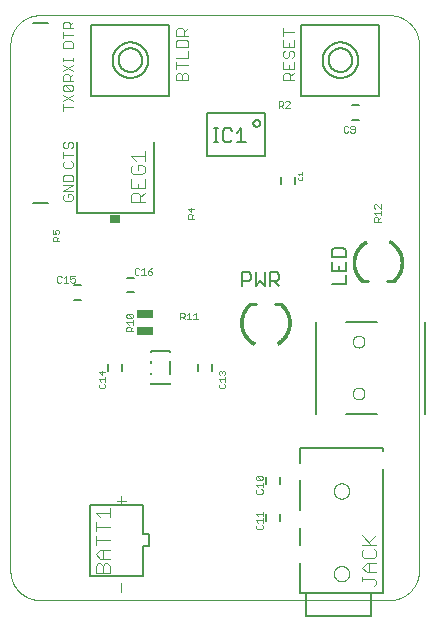
<source format=gto>
G75*
%MOIN*%
%OFA0B0*%
%FSLAX25Y25*%
%IPPOS*%
%LPD*%
%AMOC8*
5,1,8,0,0,1.08239X$1,22.5*
%
%ADD10C,0.00000*%
%ADD11C,0.00300*%
%ADD12C,0.00500*%
%ADD13C,0.00400*%
%ADD14C,0.00600*%
%ADD15C,0.00100*%
%ADD16C,0.00200*%
%ADD17C,0.00800*%
%ADD18C,0.01000*%
%ADD19R,0.05512X0.02559*%
%ADD20R,0.03400X0.03000*%
D10*
X0001000Y0016467D02*
X0001000Y0191742D01*
X0001003Y0191980D01*
X0001011Y0192218D01*
X0001026Y0192455D01*
X0001046Y0192692D01*
X0001072Y0192928D01*
X0001103Y0193164D01*
X0001140Y0193399D01*
X0001183Y0193633D01*
X0001232Y0193866D01*
X0001286Y0194098D01*
X0001346Y0194328D01*
X0001411Y0194557D01*
X0001482Y0194784D01*
X0001558Y0195009D01*
X0001640Y0195232D01*
X0001727Y0195454D01*
X0001819Y0195673D01*
X0001917Y0195890D01*
X0002019Y0196104D01*
X0002127Y0196316D01*
X0002241Y0196526D01*
X0002359Y0196732D01*
X0002482Y0196936D01*
X0002610Y0197136D01*
X0002742Y0197333D01*
X0002880Y0197528D01*
X0003022Y0197718D01*
X0003169Y0197906D01*
X0003320Y0198089D01*
X0003475Y0198269D01*
X0003635Y0198445D01*
X0003799Y0198617D01*
X0003968Y0198786D01*
X0004140Y0198950D01*
X0004316Y0199110D01*
X0004496Y0199265D01*
X0004679Y0199416D01*
X0004867Y0199563D01*
X0005057Y0199705D01*
X0005252Y0199843D01*
X0005449Y0199975D01*
X0005649Y0200103D01*
X0005853Y0200226D01*
X0006059Y0200344D01*
X0006269Y0200458D01*
X0006481Y0200566D01*
X0006695Y0200668D01*
X0006912Y0200766D01*
X0007131Y0200858D01*
X0007353Y0200945D01*
X0007576Y0201027D01*
X0007801Y0201103D01*
X0008028Y0201174D01*
X0008257Y0201239D01*
X0008487Y0201299D01*
X0008719Y0201353D01*
X0008952Y0201402D01*
X0009186Y0201445D01*
X0009421Y0201482D01*
X0009657Y0201513D01*
X0009893Y0201539D01*
X0010130Y0201559D01*
X0010367Y0201574D01*
X0010605Y0201582D01*
X0010843Y0201585D01*
X0127358Y0201585D01*
X0127596Y0201582D01*
X0127834Y0201574D01*
X0128071Y0201559D01*
X0128308Y0201539D01*
X0128544Y0201513D01*
X0128780Y0201482D01*
X0129015Y0201445D01*
X0129249Y0201402D01*
X0129482Y0201353D01*
X0129714Y0201299D01*
X0129944Y0201239D01*
X0130173Y0201174D01*
X0130400Y0201103D01*
X0130625Y0201027D01*
X0130848Y0200945D01*
X0131070Y0200858D01*
X0131289Y0200766D01*
X0131506Y0200668D01*
X0131720Y0200566D01*
X0131932Y0200458D01*
X0132142Y0200344D01*
X0132348Y0200226D01*
X0132552Y0200103D01*
X0132752Y0199975D01*
X0132949Y0199843D01*
X0133144Y0199705D01*
X0133334Y0199563D01*
X0133522Y0199416D01*
X0133705Y0199265D01*
X0133885Y0199110D01*
X0134061Y0198950D01*
X0134233Y0198786D01*
X0134402Y0198617D01*
X0134566Y0198445D01*
X0134726Y0198269D01*
X0134881Y0198089D01*
X0135032Y0197906D01*
X0135179Y0197718D01*
X0135321Y0197528D01*
X0135459Y0197333D01*
X0135591Y0197136D01*
X0135719Y0196936D01*
X0135842Y0196732D01*
X0135960Y0196526D01*
X0136074Y0196316D01*
X0136182Y0196104D01*
X0136284Y0195890D01*
X0136382Y0195673D01*
X0136474Y0195454D01*
X0136561Y0195232D01*
X0136643Y0195009D01*
X0136719Y0194784D01*
X0136790Y0194557D01*
X0136855Y0194328D01*
X0136915Y0194098D01*
X0136969Y0193866D01*
X0137018Y0193633D01*
X0137061Y0193399D01*
X0137098Y0193164D01*
X0137129Y0192928D01*
X0137155Y0192692D01*
X0137175Y0192455D01*
X0137190Y0192218D01*
X0137198Y0191980D01*
X0137201Y0191742D01*
X0137201Y0016467D01*
X0137198Y0016229D01*
X0137190Y0015991D01*
X0137175Y0015754D01*
X0137155Y0015517D01*
X0137129Y0015281D01*
X0137098Y0015045D01*
X0137061Y0014810D01*
X0137018Y0014576D01*
X0136969Y0014343D01*
X0136915Y0014111D01*
X0136855Y0013881D01*
X0136790Y0013652D01*
X0136719Y0013425D01*
X0136643Y0013200D01*
X0136561Y0012977D01*
X0136474Y0012755D01*
X0136382Y0012536D01*
X0136284Y0012319D01*
X0136182Y0012105D01*
X0136074Y0011893D01*
X0135960Y0011683D01*
X0135842Y0011477D01*
X0135719Y0011273D01*
X0135591Y0011073D01*
X0135459Y0010876D01*
X0135321Y0010681D01*
X0135179Y0010491D01*
X0135032Y0010303D01*
X0134881Y0010120D01*
X0134726Y0009940D01*
X0134566Y0009764D01*
X0134402Y0009592D01*
X0134233Y0009423D01*
X0134061Y0009259D01*
X0133885Y0009099D01*
X0133705Y0008944D01*
X0133522Y0008793D01*
X0133334Y0008646D01*
X0133144Y0008504D01*
X0132949Y0008366D01*
X0132752Y0008234D01*
X0132552Y0008106D01*
X0132348Y0007983D01*
X0132142Y0007865D01*
X0131932Y0007751D01*
X0131720Y0007643D01*
X0131506Y0007541D01*
X0131289Y0007443D01*
X0131070Y0007351D01*
X0130848Y0007264D01*
X0130625Y0007182D01*
X0130400Y0007106D01*
X0130173Y0007035D01*
X0129944Y0006970D01*
X0129714Y0006910D01*
X0129482Y0006856D01*
X0129249Y0006807D01*
X0129015Y0006764D01*
X0128780Y0006727D01*
X0128544Y0006696D01*
X0128308Y0006670D01*
X0128071Y0006650D01*
X0127834Y0006635D01*
X0127596Y0006627D01*
X0127358Y0006624D01*
X0010843Y0006624D01*
X0010605Y0006627D01*
X0010367Y0006635D01*
X0010130Y0006650D01*
X0009893Y0006670D01*
X0009657Y0006696D01*
X0009421Y0006727D01*
X0009186Y0006764D01*
X0008952Y0006807D01*
X0008719Y0006856D01*
X0008487Y0006910D01*
X0008257Y0006970D01*
X0008028Y0007035D01*
X0007801Y0007106D01*
X0007576Y0007182D01*
X0007353Y0007264D01*
X0007131Y0007351D01*
X0006912Y0007443D01*
X0006695Y0007541D01*
X0006481Y0007643D01*
X0006269Y0007751D01*
X0006059Y0007865D01*
X0005853Y0007983D01*
X0005649Y0008106D01*
X0005449Y0008234D01*
X0005252Y0008366D01*
X0005057Y0008504D01*
X0004867Y0008646D01*
X0004679Y0008793D01*
X0004496Y0008944D01*
X0004316Y0009099D01*
X0004140Y0009259D01*
X0003968Y0009423D01*
X0003799Y0009592D01*
X0003635Y0009764D01*
X0003475Y0009940D01*
X0003320Y0010120D01*
X0003169Y0010303D01*
X0003022Y0010491D01*
X0002880Y0010681D01*
X0002742Y0010876D01*
X0002610Y0011073D01*
X0002482Y0011273D01*
X0002359Y0011477D01*
X0002241Y0011683D01*
X0002127Y0011893D01*
X0002019Y0012105D01*
X0001917Y0012319D01*
X0001819Y0012536D01*
X0001727Y0012755D01*
X0001640Y0012977D01*
X0001558Y0013200D01*
X0001482Y0013425D01*
X0001411Y0013652D01*
X0001346Y0013881D01*
X0001286Y0014111D01*
X0001232Y0014343D01*
X0001183Y0014576D01*
X0001140Y0014810D01*
X0001103Y0015045D01*
X0001072Y0015281D01*
X0001046Y0015517D01*
X0001026Y0015754D01*
X0001011Y0015991D01*
X0001003Y0016229D01*
X0001000Y0016467D01*
X0108835Y0015423D02*
X0108837Y0015524D01*
X0108843Y0015625D01*
X0108853Y0015726D01*
X0108867Y0015826D01*
X0108885Y0015925D01*
X0108907Y0016024D01*
X0108932Y0016122D01*
X0108962Y0016219D01*
X0108995Y0016314D01*
X0109032Y0016408D01*
X0109073Y0016501D01*
X0109117Y0016592D01*
X0109165Y0016681D01*
X0109217Y0016768D01*
X0109272Y0016853D01*
X0109330Y0016935D01*
X0109391Y0017016D01*
X0109456Y0017094D01*
X0109523Y0017169D01*
X0109593Y0017241D01*
X0109667Y0017311D01*
X0109743Y0017378D01*
X0109821Y0017442D01*
X0109902Y0017502D01*
X0109985Y0017559D01*
X0110071Y0017613D01*
X0110159Y0017664D01*
X0110248Y0017711D01*
X0110339Y0017755D01*
X0110432Y0017794D01*
X0110527Y0017831D01*
X0110622Y0017863D01*
X0110719Y0017892D01*
X0110818Y0017916D01*
X0110916Y0017937D01*
X0111016Y0017954D01*
X0111116Y0017967D01*
X0111217Y0017976D01*
X0111318Y0017981D01*
X0111419Y0017982D01*
X0111520Y0017979D01*
X0111621Y0017972D01*
X0111722Y0017961D01*
X0111822Y0017946D01*
X0111921Y0017927D01*
X0112020Y0017904D01*
X0112117Y0017878D01*
X0112214Y0017847D01*
X0112309Y0017813D01*
X0112402Y0017775D01*
X0112495Y0017733D01*
X0112585Y0017688D01*
X0112674Y0017639D01*
X0112760Y0017587D01*
X0112844Y0017531D01*
X0112927Y0017472D01*
X0113006Y0017410D01*
X0113084Y0017345D01*
X0113158Y0017277D01*
X0113230Y0017205D01*
X0113299Y0017132D01*
X0113365Y0017055D01*
X0113428Y0016976D01*
X0113488Y0016894D01*
X0113544Y0016810D01*
X0113597Y0016724D01*
X0113647Y0016636D01*
X0113693Y0016546D01*
X0113736Y0016455D01*
X0113775Y0016361D01*
X0113810Y0016266D01*
X0113841Y0016170D01*
X0113869Y0016073D01*
X0113893Y0015975D01*
X0113913Y0015876D01*
X0113929Y0015776D01*
X0113941Y0015675D01*
X0113949Y0015575D01*
X0113953Y0015474D01*
X0113953Y0015372D01*
X0113949Y0015271D01*
X0113941Y0015171D01*
X0113929Y0015070D01*
X0113913Y0014970D01*
X0113893Y0014871D01*
X0113869Y0014773D01*
X0113841Y0014676D01*
X0113810Y0014580D01*
X0113775Y0014485D01*
X0113736Y0014391D01*
X0113693Y0014300D01*
X0113647Y0014210D01*
X0113597Y0014122D01*
X0113544Y0014036D01*
X0113488Y0013952D01*
X0113428Y0013870D01*
X0113365Y0013791D01*
X0113299Y0013714D01*
X0113230Y0013641D01*
X0113158Y0013569D01*
X0113084Y0013501D01*
X0113006Y0013436D01*
X0112927Y0013374D01*
X0112844Y0013315D01*
X0112760Y0013259D01*
X0112673Y0013207D01*
X0112585Y0013158D01*
X0112495Y0013113D01*
X0112402Y0013071D01*
X0112309Y0013033D01*
X0112214Y0012999D01*
X0112117Y0012968D01*
X0112020Y0012942D01*
X0111921Y0012919D01*
X0111822Y0012900D01*
X0111722Y0012885D01*
X0111621Y0012874D01*
X0111520Y0012867D01*
X0111419Y0012864D01*
X0111318Y0012865D01*
X0111217Y0012870D01*
X0111116Y0012879D01*
X0111016Y0012892D01*
X0110916Y0012909D01*
X0110818Y0012930D01*
X0110719Y0012954D01*
X0110622Y0012983D01*
X0110527Y0013015D01*
X0110432Y0013052D01*
X0110339Y0013091D01*
X0110248Y0013135D01*
X0110159Y0013182D01*
X0110071Y0013233D01*
X0109985Y0013287D01*
X0109902Y0013344D01*
X0109821Y0013404D01*
X0109743Y0013468D01*
X0109667Y0013535D01*
X0109593Y0013605D01*
X0109523Y0013677D01*
X0109456Y0013752D01*
X0109391Y0013830D01*
X0109330Y0013911D01*
X0109272Y0013993D01*
X0109217Y0014078D01*
X0109165Y0014165D01*
X0109117Y0014254D01*
X0109073Y0014345D01*
X0109032Y0014438D01*
X0108995Y0014532D01*
X0108962Y0014627D01*
X0108932Y0014724D01*
X0108907Y0014822D01*
X0108885Y0014921D01*
X0108867Y0015020D01*
X0108853Y0015120D01*
X0108843Y0015221D01*
X0108837Y0015322D01*
X0108835Y0015423D01*
X0108835Y0042982D02*
X0108837Y0043083D01*
X0108843Y0043184D01*
X0108853Y0043285D01*
X0108867Y0043385D01*
X0108885Y0043484D01*
X0108907Y0043583D01*
X0108932Y0043681D01*
X0108962Y0043778D01*
X0108995Y0043873D01*
X0109032Y0043967D01*
X0109073Y0044060D01*
X0109117Y0044151D01*
X0109165Y0044240D01*
X0109217Y0044327D01*
X0109272Y0044412D01*
X0109330Y0044494D01*
X0109391Y0044575D01*
X0109456Y0044653D01*
X0109523Y0044728D01*
X0109593Y0044800D01*
X0109667Y0044870D01*
X0109743Y0044937D01*
X0109821Y0045001D01*
X0109902Y0045061D01*
X0109985Y0045118D01*
X0110071Y0045172D01*
X0110159Y0045223D01*
X0110248Y0045270D01*
X0110339Y0045314D01*
X0110432Y0045353D01*
X0110527Y0045390D01*
X0110622Y0045422D01*
X0110719Y0045451D01*
X0110818Y0045475D01*
X0110916Y0045496D01*
X0111016Y0045513D01*
X0111116Y0045526D01*
X0111217Y0045535D01*
X0111318Y0045540D01*
X0111419Y0045541D01*
X0111520Y0045538D01*
X0111621Y0045531D01*
X0111722Y0045520D01*
X0111822Y0045505D01*
X0111921Y0045486D01*
X0112020Y0045463D01*
X0112117Y0045437D01*
X0112214Y0045406D01*
X0112309Y0045372D01*
X0112402Y0045334D01*
X0112495Y0045292D01*
X0112585Y0045247D01*
X0112674Y0045198D01*
X0112760Y0045146D01*
X0112844Y0045090D01*
X0112927Y0045031D01*
X0113006Y0044969D01*
X0113084Y0044904D01*
X0113158Y0044836D01*
X0113230Y0044764D01*
X0113299Y0044691D01*
X0113365Y0044614D01*
X0113428Y0044535D01*
X0113488Y0044453D01*
X0113544Y0044369D01*
X0113597Y0044283D01*
X0113647Y0044195D01*
X0113693Y0044105D01*
X0113736Y0044014D01*
X0113775Y0043920D01*
X0113810Y0043825D01*
X0113841Y0043729D01*
X0113869Y0043632D01*
X0113893Y0043534D01*
X0113913Y0043435D01*
X0113929Y0043335D01*
X0113941Y0043234D01*
X0113949Y0043134D01*
X0113953Y0043033D01*
X0113953Y0042931D01*
X0113949Y0042830D01*
X0113941Y0042730D01*
X0113929Y0042629D01*
X0113913Y0042529D01*
X0113893Y0042430D01*
X0113869Y0042332D01*
X0113841Y0042235D01*
X0113810Y0042139D01*
X0113775Y0042044D01*
X0113736Y0041950D01*
X0113693Y0041859D01*
X0113647Y0041769D01*
X0113597Y0041681D01*
X0113544Y0041595D01*
X0113488Y0041511D01*
X0113428Y0041429D01*
X0113365Y0041350D01*
X0113299Y0041273D01*
X0113230Y0041200D01*
X0113158Y0041128D01*
X0113084Y0041060D01*
X0113006Y0040995D01*
X0112927Y0040933D01*
X0112844Y0040874D01*
X0112760Y0040818D01*
X0112673Y0040766D01*
X0112585Y0040717D01*
X0112495Y0040672D01*
X0112402Y0040630D01*
X0112309Y0040592D01*
X0112214Y0040558D01*
X0112117Y0040527D01*
X0112020Y0040501D01*
X0111921Y0040478D01*
X0111822Y0040459D01*
X0111722Y0040444D01*
X0111621Y0040433D01*
X0111520Y0040426D01*
X0111419Y0040423D01*
X0111318Y0040424D01*
X0111217Y0040429D01*
X0111116Y0040438D01*
X0111016Y0040451D01*
X0110916Y0040468D01*
X0110818Y0040489D01*
X0110719Y0040513D01*
X0110622Y0040542D01*
X0110527Y0040574D01*
X0110432Y0040611D01*
X0110339Y0040650D01*
X0110248Y0040694D01*
X0110159Y0040741D01*
X0110071Y0040792D01*
X0109985Y0040846D01*
X0109902Y0040903D01*
X0109821Y0040963D01*
X0109743Y0041027D01*
X0109667Y0041094D01*
X0109593Y0041164D01*
X0109523Y0041236D01*
X0109456Y0041311D01*
X0109391Y0041389D01*
X0109330Y0041470D01*
X0109272Y0041552D01*
X0109217Y0041637D01*
X0109165Y0041724D01*
X0109117Y0041813D01*
X0109073Y0041904D01*
X0109032Y0041997D01*
X0108995Y0042091D01*
X0108962Y0042186D01*
X0108932Y0042283D01*
X0108907Y0042381D01*
X0108885Y0042480D01*
X0108867Y0042579D01*
X0108853Y0042679D01*
X0108843Y0042780D01*
X0108837Y0042881D01*
X0108835Y0042982D01*
X0115094Y0075463D02*
X0115096Y0075551D01*
X0115102Y0075639D01*
X0115112Y0075727D01*
X0115126Y0075815D01*
X0115143Y0075901D01*
X0115165Y0075987D01*
X0115190Y0076071D01*
X0115220Y0076155D01*
X0115252Y0076237D01*
X0115289Y0076317D01*
X0115329Y0076396D01*
X0115373Y0076473D01*
X0115420Y0076548D01*
X0115470Y0076620D01*
X0115524Y0076691D01*
X0115580Y0076758D01*
X0115640Y0076824D01*
X0115702Y0076886D01*
X0115768Y0076946D01*
X0115835Y0077002D01*
X0115906Y0077056D01*
X0115978Y0077106D01*
X0116053Y0077153D01*
X0116130Y0077197D01*
X0116209Y0077237D01*
X0116289Y0077274D01*
X0116371Y0077306D01*
X0116455Y0077336D01*
X0116539Y0077361D01*
X0116625Y0077383D01*
X0116711Y0077400D01*
X0116799Y0077414D01*
X0116887Y0077424D01*
X0116975Y0077430D01*
X0117063Y0077432D01*
X0117151Y0077430D01*
X0117239Y0077424D01*
X0117327Y0077414D01*
X0117415Y0077400D01*
X0117501Y0077383D01*
X0117587Y0077361D01*
X0117671Y0077336D01*
X0117755Y0077306D01*
X0117837Y0077274D01*
X0117917Y0077237D01*
X0117996Y0077197D01*
X0118073Y0077153D01*
X0118148Y0077106D01*
X0118220Y0077056D01*
X0118291Y0077002D01*
X0118358Y0076946D01*
X0118424Y0076886D01*
X0118486Y0076824D01*
X0118546Y0076758D01*
X0118602Y0076691D01*
X0118656Y0076620D01*
X0118706Y0076548D01*
X0118753Y0076473D01*
X0118797Y0076396D01*
X0118837Y0076317D01*
X0118874Y0076237D01*
X0118906Y0076155D01*
X0118936Y0076071D01*
X0118961Y0075987D01*
X0118983Y0075901D01*
X0119000Y0075815D01*
X0119014Y0075727D01*
X0119024Y0075639D01*
X0119030Y0075551D01*
X0119032Y0075463D01*
X0119030Y0075375D01*
X0119024Y0075287D01*
X0119014Y0075199D01*
X0119000Y0075111D01*
X0118983Y0075025D01*
X0118961Y0074939D01*
X0118936Y0074855D01*
X0118906Y0074771D01*
X0118874Y0074689D01*
X0118837Y0074609D01*
X0118797Y0074530D01*
X0118753Y0074453D01*
X0118706Y0074378D01*
X0118656Y0074306D01*
X0118602Y0074235D01*
X0118546Y0074168D01*
X0118486Y0074102D01*
X0118424Y0074040D01*
X0118358Y0073980D01*
X0118291Y0073924D01*
X0118220Y0073870D01*
X0118148Y0073820D01*
X0118073Y0073773D01*
X0117996Y0073729D01*
X0117917Y0073689D01*
X0117837Y0073652D01*
X0117755Y0073620D01*
X0117671Y0073590D01*
X0117587Y0073565D01*
X0117501Y0073543D01*
X0117415Y0073526D01*
X0117327Y0073512D01*
X0117239Y0073502D01*
X0117151Y0073496D01*
X0117063Y0073494D01*
X0116975Y0073496D01*
X0116887Y0073502D01*
X0116799Y0073512D01*
X0116711Y0073526D01*
X0116625Y0073543D01*
X0116539Y0073565D01*
X0116455Y0073590D01*
X0116371Y0073620D01*
X0116289Y0073652D01*
X0116209Y0073689D01*
X0116130Y0073729D01*
X0116053Y0073773D01*
X0115978Y0073820D01*
X0115906Y0073870D01*
X0115835Y0073924D01*
X0115768Y0073980D01*
X0115702Y0074040D01*
X0115640Y0074102D01*
X0115580Y0074168D01*
X0115524Y0074235D01*
X0115470Y0074306D01*
X0115420Y0074378D01*
X0115373Y0074453D01*
X0115329Y0074530D01*
X0115289Y0074609D01*
X0115252Y0074689D01*
X0115220Y0074771D01*
X0115190Y0074855D01*
X0115165Y0074939D01*
X0115143Y0075025D01*
X0115126Y0075111D01*
X0115112Y0075199D01*
X0115102Y0075287D01*
X0115096Y0075375D01*
X0115094Y0075463D01*
X0115094Y0092785D02*
X0115096Y0092873D01*
X0115102Y0092961D01*
X0115112Y0093049D01*
X0115126Y0093137D01*
X0115143Y0093223D01*
X0115165Y0093309D01*
X0115190Y0093393D01*
X0115220Y0093477D01*
X0115252Y0093559D01*
X0115289Y0093639D01*
X0115329Y0093718D01*
X0115373Y0093795D01*
X0115420Y0093870D01*
X0115470Y0093942D01*
X0115524Y0094013D01*
X0115580Y0094080D01*
X0115640Y0094146D01*
X0115702Y0094208D01*
X0115768Y0094268D01*
X0115835Y0094324D01*
X0115906Y0094378D01*
X0115978Y0094428D01*
X0116053Y0094475D01*
X0116130Y0094519D01*
X0116209Y0094559D01*
X0116289Y0094596D01*
X0116371Y0094628D01*
X0116455Y0094658D01*
X0116539Y0094683D01*
X0116625Y0094705D01*
X0116711Y0094722D01*
X0116799Y0094736D01*
X0116887Y0094746D01*
X0116975Y0094752D01*
X0117063Y0094754D01*
X0117151Y0094752D01*
X0117239Y0094746D01*
X0117327Y0094736D01*
X0117415Y0094722D01*
X0117501Y0094705D01*
X0117587Y0094683D01*
X0117671Y0094658D01*
X0117755Y0094628D01*
X0117837Y0094596D01*
X0117917Y0094559D01*
X0117996Y0094519D01*
X0118073Y0094475D01*
X0118148Y0094428D01*
X0118220Y0094378D01*
X0118291Y0094324D01*
X0118358Y0094268D01*
X0118424Y0094208D01*
X0118486Y0094146D01*
X0118546Y0094080D01*
X0118602Y0094013D01*
X0118656Y0093942D01*
X0118706Y0093870D01*
X0118753Y0093795D01*
X0118797Y0093718D01*
X0118837Y0093639D01*
X0118874Y0093559D01*
X0118906Y0093477D01*
X0118936Y0093393D01*
X0118961Y0093309D01*
X0118983Y0093223D01*
X0119000Y0093137D01*
X0119014Y0093049D01*
X0119024Y0092961D01*
X0119030Y0092873D01*
X0119032Y0092785D01*
X0119030Y0092697D01*
X0119024Y0092609D01*
X0119014Y0092521D01*
X0119000Y0092433D01*
X0118983Y0092347D01*
X0118961Y0092261D01*
X0118936Y0092177D01*
X0118906Y0092093D01*
X0118874Y0092011D01*
X0118837Y0091931D01*
X0118797Y0091852D01*
X0118753Y0091775D01*
X0118706Y0091700D01*
X0118656Y0091628D01*
X0118602Y0091557D01*
X0118546Y0091490D01*
X0118486Y0091424D01*
X0118424Y0091362D01*
X0118358Y0091302D01*
X0118291Y0091246D01*
X0118220Y0091192D01*
X0118148Y0091142D01*
X0118073Y0091095D01*
X0117996Y0091051D01*
X0117917Y0091011D01*
X0117837Y0090974D01*
X0117755Y0090942D01*
X0117671Y0090912D01*
X0117587Y0090887D01*
X0117501Y0090865D01*
X0117415Y0090848D01*
X0117327Y0090834D01*
X0117239Y0090824D01*
X0117151Y0090818D01*
X0117063Y0090816D01*
X0116975Y0090818D01*
X0116887Y0090824D01*
X0116799Y0090834D01*
X0116711Y0090848D01*
X0116625Y0090865D01*
X0116539Y0090887D01*
X0116455Y0090912D01*
X0116371Y0090942D01*
X0116289Y0090974D01*
X0116209Y0091011D01*
X0116130Y0091051D01*
X0116053Y0091095D01*
X0115978Y0091142D01*
X0115906Y0091192D01*
X0115835Y0091246D01*
X0115768Y0091302D01*
X0115702Y0091362D01*
X0115640Y0091424D01*
X0115580Y0091490D01*
X0115524Y0091557D01*
X0115470Y0091628D01*
X0115420Y0091700D01*
X0115373Y0091775D01*
X0115329Y0091852D01*
X0115289Y0091931D01*
X0115252Y0092011D01*
X0115220Y0092093D01*
X0115190Y0092177D01*
X0115165Y0092261D01*
X0115143Y0092347D01*
X0115126Y0092433D01*
X0115112Y0092521D01*
X0115102Y0092609D01*
X0115096Y0092697D01*
X0115094Y0092785D01*
D11*
X0095570Y0179963D02*
X0091867Y0179963D01*
X0091867Y0181815D01*
X0092485Y0182432D01*
X0093719Y0182432D01*
X0094336Y0181815D01*
X0094336Y0179963D01*
X0094336Y0181197D02*
X0095570Y0182432D01*
X0095570Y0183646D02*
X0095570Y0186115D01*
X0094953Y0187329D02*
X0095570Y0187946D01*
X0095570Y0189181D01*
X0094953Y0189798D01*
X0094336Y0189798D01*
X0093719Y0189181D01*
X0093719Y0187946D01*
X0093102Y0187329D01*
X0092485Y0187329D01*
X0091867Y0187946D01*
X0091867Y0189181D01*
X0092485Y0189798D01*
X0091867Y0191012D02*
X0095570Y0191012D01*
X0095570Y0193481D01*
X0095570Y0195930D02*
X0091867Y0195930D01*
X0091867Y0194696D02*
X0091867Y0197164D01*
X0091867Y0193481D02*
X0091867Y0191012D01*
X0093719Y0191012D02*
X0093719Y0192247D01*
X0091867Y0186115D02*
X0091867Y0183646D01*
X0095570Y0183646D01*
X0093719Y0183646D02*
X0093719Y0184881D01*
X0060070Y0184881D02*
X0056367Y0184881D01*
X0056367Y0186115D02*
X0056367Y0183646D01*
X0056985Y0182432D02*
X0057602Y0182432D01*
X0058219Y0181815D01*
X0058219Y0179963D01*
X0060070Y0179963D02*
X0056367Y0179963D01*
X0056367Y0181815D01*
X0056985Y0182432D01*
X0058219Y0181815D02*
X0058836Y0182432D01*
X0059453Y0182432D01*
X0060070Y0181815D01*
X0060070Y0179963D01*
X0060070Y0187329D02*
X0056367Y0187329D01*
X0056367Y0191012D02*
X0056367Y0192864D01*
X0056985Y0193481D01*
X0059453Y0193481D01*
X0060070Y0192864D01*
X0060070Y0191012D01*
X0056367Y0191012D01*
X0056367Y0194696D02*
X0056367Y0196547D01*
X0056985Y0197164D01*
X0058219Y0197164D01*
X0058836Y0196547D01*
X0058836Y0194696D01*
X0058836Y0195930D02*
X0060070Y0197164D01*
X0060070Y0194696D02*
X0056367Y0194696D01*
X0060070Y0189798D02*
X0060070Y0187329D01*
X0021850Y0187287D02*
X0021850Y0186220D01*
X0021850Y0186753D02*
X0018647Y0186753D01*
X0018647Y0186220D02*
X0018647Y0187287D01*
X0018647Y0185132D02*
X0021850Y0182997D01*
X0021850Y0181909D02*
X0020782Y0180842D01*
X0020782Y0181375D02*
X0020782Y0179774D01*
X0021850Y0179774D02*
X0018647Y0179774D01*
X0018647Y0181375D01*
X0019181Y0181909D01*
X0020249Y0181909D01*
X0020782Y0181375D01*
X0018647Y0182997D02*
X0021850Y0185132D01*
X0021850Y0190774D02*
X0018647Y0190774D01*
X0018647Y0192375D01*
X0019181Y0192909D01*
X0021316Y0192909D01*
X0021850Y0192375D01*
X0021850Y0190774D01*
X0021850Y0195064D02*
X0018647Y0195064D01*
X0018647Y0193997D02*
X0018647Y0196132D01*
X0018647Y0197220D02*
X0018647Y0198821D01*
X0019181Y0199355D01*
X0020249Y0199355D01*
X0020782Y0198821D01*
X0020782Y0197220D01*
X0020782Y0198287D02*
X0021850Y0199355D01*
X0021850Y0197220D02*
X0018647Y0197220D01*
X0019181Y0178355D02*
X0021316Y0176220D01*
X0021850Y0176753D01*
X0021850Y0177821D01*
X0021316Y0178355D01*
X0019181Y0178355D01*
X0018647Y0177821D01*
X0018647Y0176753D01*
X0019181Y0176220D01*
X0021316Y0176220D01*
X0021850Y0175132D02*
X0018647Y0172997D01*
X0018647Y0171909D02*
X0018647Y0169774D01*
X0018647Y0170842D02*
X0021850Y0170842D01*
X0021850Y0172997D02*
X0018647Y0175132D01*
X0019181Y0159355D02*
X0018647Y0158821D01*
X0018647Y0157753D01*
X0019181Y0157220D01*
X0019715Y0157220D01*
X0020249Y0157753D01*
X0020249Y0158821D01*
X0020782Y0159355D01*
X0021316Y0159355D01*
X0021850Y0158821D01*
X0021850Y0157753D01*
X0021316Y0157220D01*
X0021850Y0155064D02*
X0018647Y0155064D01*
X0018647Y0153997D02*
X0018647Y0156132D01*
X0019181Y0152909D02*
X0018647Y0152375D01*
X0018647Y0151308D01*
X0019181Y0150774D01*
X0021316Y0150774D01*
X0021850Y0151308D01*
X0021850Y0152375D01*
X0021316Y0152909D01*
X0021316Y0148355D02*
X0019181Y0148355D01*
X0018647Y0147821D01*
X0018647Y0146220D01*
X0021850Y0146220D01*
X0021850Y0147821D01*
X0021316Y0148355D01*
X0021850Y0145132D02*
X0018647Y0145132D01*
X0018647Y0142997D02*
X0021850Y0145132D01*
X0021850Y0142997D02*
X0018647Y0142997D01*
X0019181Y0141909D02*
X0018647Y0141375D01*
X0018647Y0140308D01*
X0019181Y0139774D01*
X0021316Y0139774D01*
X0021850Y0140308D01*
X0021850Y0141375D01*
X0021316Y0141909D01*
X0020249Y0141909D01*
X0020249Y0140842D01*
D12*
X0028008Y0174813D02*
X0028008Y0198435D01*
X0053992Y0198435D01*
X0053992Y0174813D01*
X0028008Y0174813D01*
X0037063Y0186624D02*
X0037065Y0186749D01*
X0037071Y0186874D01*
X0037081Y0186998D01*
X0037095Y0187122D01*
X0037112Y0187246D01*
X0037134Y0187369D01*
X0037160Y0187491D01*
X0037189Y0187613D01*
X0037222Y0187733D01*
X0037260Y0187852D01*
X0037300Y0187971D01*
X0037345Y0188087D01*
X0037393Y0188202D01*
X0037445Y0188316D01*
X0037501Y0188428D01*
X0037560Y0188538D01*
X0037622Y0188646D01*
X0037688Y0188753D01*
X0037757Y0188857D01*
X0037830Y0188958D01*
X0037905Y0189058D01*
X0037984Y0189155D01*
X0038066Y0189249D01*
X0038151Y0189341D01*
X0038238Y0189430D01*
X0038329Y0189516D01*
X0038422Y0189599D01*
X0038518Y0189680D01*
X0038616Y0189757D01*
X0038716Y0189831D01*
X0038819Y0189902D01*
X0038924Y0189969D01*
X0039032Y0190034D01*
X0039141Y0190094D01*
X0039252Y0190152D01*
X0039365Y0190205D01*
X0039479Y0190255D01*
X0039595Y0190302D01*
X0039712Y0190344D01*
X0039831Y0190383D01*
X0039951Y0190419D01*
X0040072Y0190450D01*
X0040194Y0190478D01*
X0040316Y0190501D01*
X0040440Y0190521D01*
X0040564Y0190537D01*
X0040688Y0190549D01*
X0040813Y0190557D01*
X0040938Y0190561D01*
X0041062Y0190561D01*
X0041187Y0190557D01*
X0041312Y0190549D01*
X0041436Y0190537D01*
X0041560Y0190521D01*
X0041684Y0190501D01*
X0041806Y0190478D01*
X0041928Y0190450D01*
X0042049Y0190419D01*
X0042169Y0190383D01*
X0042288Y0190344D01*
X0042405Y0190302D01*
X0042521Y0190255D01*
X0042635Y0190205D01*
X0042748Y0190152D01*
X0042859Y0190094D01*
X0042969Y0190034D01*
X0043076Y0189969D01*
X0043181Y0189902D01*
X0043284Y0189831D01*
X0043384Y0189757D01*
X0043482Y0189680D01*
X0043578Y0189599D01*
X0043671Y0189516D01*
X0043762Y0189430D01*
X0043849Y0189341D01*
X0043934Y0189249D01*
X0044016Y0189155D01*
X0044095Y0189058D01*
X0044170Y0188958D01*
X0044243Y0188857D01*
X0044312Y0188753D01*
X0044378Y0188646D01*
X0044440Y0188538D01*
X0044499Y0188428D01*
X0044555Y0188316D01*
X0044607Y0188202D01*
X0044655Y0188087D01*
X0044700Y0187971D01*
X0044740Y0187852D01*
X0044778Y0187733D01*
X0044811Y0187613D01*
X0044840Y0187491D01*
X0044866Y0187369D01*
X0044888Y0187246D01*
X0044905Y0187122D01*
X0044919Y0186998D01*
X0044929Y0186874D01*
X0044935Y0186749D01*
X0044937Y0186624D01*
X0044935Y0186499D01*
X0044929Y0186374D01*
X0044919Y0186250D01*
X0044905Y0186126D01*
X0044888Y0186002D01*
X0044866Y0185879D01*
X0044840Y0185757D01*
X0044811Y0185635D01*
X0044778Y0185515D01*
X0044740Y0185396D01*
X0044700Y0185277D01*
X0044655Y0185161D01*
X0044607Y0185046D01*
X0044555Y0184932D01*
X0044499Y0184820D01*
X0044440Y0184710D01*
X0044378Y0184602D01*
X0044312Y0184495D01*
X0044243Y0184391D01*
X0044170Y0184290D01*
X0044095Y0184190D01*
X0044016Y0184093D01*
X0043934Y0183999D01*
X0043849Y0183907D01*
X0043762Y0183818D01*
X0043671Y0183732D01*
X0043578Y0183649D01*
X0043482Y0183568D01*
X0043384Y0183491D01*
X0043284Y0183417D01*
X0043181Y0183346D01*
X0043076Y0183279D01*
X0042968Y0183214D01*
X0042859Y0183154D01*
X0042748Y0183096D01*
X0042635Y0183043D01*
X0042521Y0182993D01*
X0042405Y0182946D01*
X0042288Y0182904D01*
X0042169Y0182865D01*
X0042049Y0182829D01*
X0041928Y0182798D01*
X0041806Y0182770D01*
X0041684Y0182747D01*
X0041560Y0182727D01*
X0041436Y0182711D01*
X0041312Y0182699D01*
X0041187Y0182691D01*
X0041062Y0182687D01*
X0040938Y0182687D01*
X0040813Y0182691D01*
X0040688Y0182699D01*
X0040564Y0182711D01*
X0040440Y0182727D01*
X0040316Y0182747D01*
X0040194Y0182770D01*
X0040072Y0182798D01*
X0039951Y0182829D01*
X0039831Y0182865D01*
X0039712Y0182904D01*
X0039595Y0182946D01*
X0039479Y0182993D01*
X0039365Y0183043D01*
X0039252Y0183096D01*
X0039141Y0183154D01*
X0039031Y0183214D01*
X0038924Y0183279D01*
X0038819Y0183346D01*
X0038716Y0183417D01*
X0038616Y0183491D01*
X0038518Y0183568D01*
X0038422Y0183649D01*
X0038329Y0183732D01*
X0038238Y0183818D01*
X0038151Y0183907D01*
X0038066Y0183999D01*
X0037984Y0184093D01*
X0037905Y0184190D01*
X0037830Y0184290D01*
X0037757Y0184391D01*
X0037688Y0184495D01*
X0037622Y0184602D01*
X0037560Y0184710D01*
X0037501Y0184820D01*
X0037445Y0184932D01*
X0037393Y0185046D01*
X0037345Y0185161D01*
X0037300Y0185277D01*
X0037260Y0185396D01*
X0037222Y0185515D01*
X0037189Y0185635D01*
X0037160Y0185757D01*
X0037134Y0185879D01*
X0037112Y0186002D01*
X0037095Y0186126D01*
X0037081Y0186250D01*
X0037071Y0186374D01*
X0037065Y0186499D01*
X0037063Y0186624D01*
X0035081Y0186624D02*
X0035083Y0186778D01*
X0035089Y0186931D01*
X0035099Y0187085D01*
X0035113Y0187238D01*
X0035131Y0187390D01*
X0035153Y0187542D01*
X0035178Y0187694D01*
X0035208Y0187845D01*
X0035242Y0187995D01*
X0035279Y0188144D01*
X0035321Y0188292D01*
X0035366Y0188438D01*
X0035415Y0188584D01*
X0035468Y0188728D01*
X0035524Y0188871D01*
X0035584Y0189013D01*
X0035648Y0189153D01*
X0035716Y0189291D01*
X0035787Y0189427D01*
X0035861Y0189561D01*
X0035939Y0189694D01*
X0036021Y0189824D01*
X0036105Y0189952D01*
X0036193Y0190078D01*
X0036285Y0190202D01*
X0036379Y0190323D01*
X0036477Y0190442D01*
X0036577Y0190558D01*
X0036681Y0190671D01*
X0036788Y0190782D01*
X0036897Y0190890D01*
X0037009Y0190995D01*
X0037124Y0191097D01*
X0037241Y0191196D01*
X0037361Y0191292D01*
X0037484Y0191385D01*
X0037608Y0191475D01*
X0037736Y0191561D01*
X0037865Y0191645D01*
X0037996Y0191724D01*
X0038130Y0191800D01*
X0038265Y0191873D01*
X0038402Y0191942D01*
X0038541Y0192008D01*
X0038682Y0192070D01*
X0038824Y0192128D01*
X0038968Y0192183D01*
X0039113Y0192234D01*
X0039259Y0192281D01*
X0039406Y0192324D01*
X0039555Y0192364D01*
X0039704Y0192399D01*
X0039855Y0192431D01*
X0040006Y0192459D01*
X0040158Y0192483D01*
X0040310Y0192503D01*
X0040463Y0192519D01*
X0040616Y0192531D01*
X0040770Y0192539D01*
X0040923Y0192543D01*
X0041077Y0192543D01*
X0041230Y0192539D01*
X0041384Y0192531D01*
X0041537Y0192519D01*
X0041690Y0192503D01*
X0041842Y0192483D01*
X0041994Y0192459D01*
X0042145Y0192431D01*
X0042296Y0192399D01*
X0042445Y0192364D01*
X0042594Y0192324D01*
X0042741Y0192281D01*
X0042887Y0192234D01*
X0043032Y0192183D01*
X0043176Y0192128D01*
X0043318Y0192070D01*
X0043459Y0192008D01*
X0043598Y0191942D01*
X0043735Y0191873D01*
X0043870Y0191800D01*
X0044004Y0191724D01*
X0044135Y0191645D01*
X0044264Y0191561D01*
X0044392Y0191475D01*
X0044516Y0191385D01*
X0044639Y0191292D01*
X0044759Y0191196D01*
X0044876Y0191097D01*
X0044991Y0190995D01*
X0045103Y0190890D01*
X0045212Y0190782D01*
X0045319Y0190671D01*
X0045423Y0190558D01*
X0045523Y0190442D01*
X0045621Y0190323D01*
X0045715Y0190202D01*
X0045807Y0190078D01*
X0045895Y0189952D01*
X0045979Y0189824D01*
X0046061Y0189694D01*
X0046139Y0189561D01*
X0046213Y0189427D01*
X0046284Y0189291D01*
X0046352Y0189153D01*
X0046416Y0189013D01*
X0046476Y0188871D01*
X0046532Y0188728D01*
X0046585Y0188584D01*
X0046634Y0188438D01*
X0046679Y0188292D01*
X0046721Y0188144D01*
X0046758Y0187995D01*
X0046792Y0187845D01*
X0046822Y0187694D01*
X0046847Y0187542D01*
X0046869Y0187390D01*
X0046887Y0187238D01*
X0046901Y0187085D01*
X0046911Y0186931D01*
X0046917Y0186778D01*
X0046919Y0186624D01*
X0046917Y0186470D01*
X0046911Y0186317D01*
X0046901Y0186163D01*
X0046887Y0186010D01*
X0046869Y0185858D01*
X0046847Y0185706D01*
X0046822Y0185554D01*
X0046792Y0185403D01*
X0046758Y0185253D01*
X0046721Y0185104D01*
X0046679Y0184956D01*
X0046634Y0184810D01*
X0046585Y0184664D01*
X0046532Y0184520D01*
X0046476Y0184377D01*
X0046416Y0184235D01*
X0046352Y0184095D01*
X0046284Y0183957D01*
X0046213Y0183821D01*
X0046139Y0183687D01*
X0046061Y0183554D01*
X0045979Y0183424D01*
X0045895Y0183296D01*
X0045807Y0183170D01*
X0045715Y0183046D01*
X0045621Y0182925D01*
X0045523Y0182806D01*
X0045423Y0182690D01*
X0045319Y0182577D01*
X0045212Y0182466D01*
X0045103Y0182358D01*
X0044991Y0182253D01*
X0044876Y0182151D01*
X0044759Y0182052D01*
X0044639Y0181956D01*
X0044516Y0181863D01*
X0044392Y0181773D01*
X0044264Y0181687D01*
X0044135Y0181603D01*
X0044004Y0181524D01*
X0043870Y0181448D01*
X0043735Y0181375D01*
X0043598Y0181306D01*
X0043459Y0181240D01*
X0043318Y0181178D01*
X0043176Y0181120D01*
X0043032Y0181065D01*
X0042887Y0181014D01*
X0042741Y0180967D01*
X0042594Y0180924D01*
X0042445Y0180884D01*
X0042296Y0180849D01*
X0042145Y0180817D01*
X0041994Y0180789D01*
X0041842Y0180765D01*
X0041690Y0180745D01*
X0041537Y0180729D01*
X0041384Y0180717D01*
X0041230Y0180709D01*
X0041077Y0180705D01*
X0040923Y0180705D01*
X0040770Y0180709D01*
X0040616Y0180717D01*
X0040463Y0180729D01*
X0040310Y0180745D01*
X0040158Y0180765D01*
X0040006Y0180789D01*
X0039855Y0180817D01*
X0039704Y0180849D01*
X0039555Y0180884D01*
X0039406Y0180924D01*
X0039259Y0180967D01*
X0039113Y0181014D01*
X0038968Y0181065D01*
X0038824Y0181120D01*
X0038682Y0181178D01*
X0038541Y0181240D01*
X0038402Y0181306D01*
X0038265Y0181375D01*
X0038130Y0181448D01*
X0037996Y0181524D01*
X0037865Y0181603D01*
X0037736Y0181687D01*
X0037608Y0181773D01*
X0037484Y0181863D01*
X0037361Y0181956D01*
X0037241Y0182052D01*
X0037124Y0182151D01*
X0037009Y0182253D01*
X0036897Y0182358D01*
X0036788Y0182466D01*
X0036681Y0182577D01*
X0036577Y0182690D01*
X0036477Y0182806D01*
X0036379Y0182925D01*
X0036285Y0183046D01*
X0036193Y0183170D01*
X0036105Y0183296D01*
X0036021Y0183424D01*
X0035939Y0183554D01*
X0035861Y0183687D01*
X0035787Y0183821D01*
X0035716Y0183957D01*
X0035648Y0184095D01*
X0035584Y0184235D01*
X0035524Y0184377D01*
X0035468Y0184520D01*
X0035415Y0184664D01*
X0035366Y0184810D01*
X0035321Y0184956D01*
X0035279Y0185104D01*
X0035242Y0185253D01*
X0035208Y0185403D01*
X0035178Y0185554D01*
X0035153Y0185706D01*
X0035131Y0185858D01*
X0035113Y0186010D01*
X0035099Y0186163D01*
X0035089Y0186317D01*
X0035083Y0186470D01*
X0035081Y0186624D01*
X0066551Y0169104D02*
X0066551Y0154537D01*
X0085843Y0154537D01*
X0085843Y0169104D01*
X0066551Y0169104D01*
X0068750Y0163878D02*
X0070251Y0163878D01*
X0069501Y0163878D02*
X0069501Y0159374D01*
X0070251Y0159374D02*
X0068750Y0159374D01*
X0071819Y0160125D02*
X0072570Y0159374D01*
X0074071Y0159374D01*
X0074822Y0160125D01*
X0076423Y0159374D02*
X0079426Y0159374D01*
X0077924Y0159374D02*
X0077924Y0163878D01*
X0076423Y0162377D01*
X0074822Y0163127D02*
X0074071Y0163878D01*
X0072570Y0163878D01*
X0071819Y0163127D01*
X0071819Y0160125D01*
X0081974Y0165561D02*
X0081976Y0165628D01*
X0081982Y0165694D01*
X0081992Y0165760D01*
X0082006Y0165825D01*
X0082023Y0165889D01*
X0082045Y0165952D01*
X0082070Y0166014D01*
X0082099Y0166074D01*
X0082132Y0166132D01*
X0082167Y0166188D01*
X0082207Y0166242D01*
X0082249Y0166293D01*
X0082294Y0166342D01*
X0082342Y0166388D01*
X0082393Y0166431D01*
X0082446Y0166471D01*
X0082502Y0166508D01*
X0082560Y0166541D01*
X0082619Y0166571D01*
X0082680Y0166597D01*
X0082743Y0166620D01*
X0082807Y0166638D01*
X0082872Y0166653D01*
X0082938Y0166664D01*
X0083004Y0166671D01*
X0083070Y0166674D01*
X0083137Y0166673D01*
X0083203Y0166668D01*
X0083269Y0166659D01*
X0083335Y0166646D01*
X0083399Y0166629D01*
X0083462Y0166609D01*
X0083524Y0166584D01*
X0083585Y0166556D01*
X0083644Y0166525D01*
X0083700Y0166490D01*
X0083755Y0166452D01*
X0083807Y0166410D01*
X0083856Y0166365D01*
X0083903Y0166318D01*
X0083947Y0166268D01*
X0083987Y0166215D01*
X0084025Y0166160D01*
X0084059Y0166103D01*
X0084090Y0166044D01*
X0084117Y0165983D01*
X0084140Y0165921D01*
X0084160Y0165857D01*
X0084176Y0165792D01*
X0084188Y0165727D01*
X0084196Y0165661D01*
X0084200Y0165594D01*
X0084200Y0165528D01*
X0084196Y0165461D01*
X0084188Y0165395D01*
X0084176Y0165330D01*
X0084160Y0165265D01*
X0084140Y0165201D01*
X0084117Y0165139D01*
X0084090Y0165078D01*
X0084059Y0165019D01*
X0084025Y0164962D01*
X0083987Y0164907D01*
X0083947Y0164854D01*
X0083903Y0164804D01*
X0083856Y0164757D01*
X0083807Y0164712D01*
X0083755Y0164670D01*
X0083700Y0164632D01*
X0083643Y0164597D01*
X0083585Y0164566D01*
X0083524Y0164538D01*
X0083462Y0164513D01*
X0083399Y0164493D01*
X0083335Y0164476D01*
X0083269Y0164463D01*
X0083203Y0164454D01*
X0083137Y0164449D01*
X0083070Y0164448D01*
X0083004Y0164451D01*
X0082938Y0164458D01*
X0082872Y0164469D01*
X0082807Y0164484D01*
X0082743Y0164502D01*
X0082680Y0164525D01*
X0082619Y0164551D01*
X0082560Y0164581D01*
X0082502Y0164614D01*
X0082446Y0164651D01*
X0082393Y0164691D01*
X0082342Y0164734D01*
X0082294Y0164780D01*
X0082249Y0164829D01*
X0082207Y0164880D01*
X0082167Y0164934D01*
X0082132Y0164990D01*
X0082099Y0165048D01*
X0082070Y0165108D01*
X0082045Y0165170D01*
X0082023Y0165233D01*
X0082006Y0165297D01*
X0081992Y0165362D01*
X0081982Y0165428D01*
X0081976Y0165494D01*
X0081974Y0165561D01*
X0098008Y0174813D02*
X0098008Y0198435D01*
X0123992Y0198435D01*
X0123992Y0174813D01*
X0098008Y0174813D01*
X0107063Y0186624D02*
X0107065Y0186749D01*
X0107071Y0186874D01*
X0107081Y0186998D01*
X0107095Y0187122D01*
X0107112Y0187246D01*
X0107134Y0187369D01*
X0107160Y0187491D01*
X0107189Y0187613D01*
X0107222Y0187733D01*
X0107260Y0187852D01*
X0107300Y0187971D01*
X0107345Y0188087D01*
X0107393Y0188202D01*
X0107445Y0188316D01*
X0107501Y0188428D01*
X0107560Y0188538D01*
X0107622Y0188646D01*
X0107688Y0188753D01*
X0107757Y0188857D01*
X0107830Y0188958D01*
X0107905Y0189058D01*
X0107984Y0189155D01*
X0108066Y0189249D01*
X0108151Y0189341D01*
X0108238Y0189430D01*
X0108329Y0189516D01*
X0108422Y0189599D01*
X0108518Y0189680D01*
X0108616Y0189757D01*
X0108716Y0189831D01*
X0108819Y0189902D01*
X0108924Y0189969D01*
X0109032Y0190034D01*
X0109141Y0190094D01*
X0109252Y0190152D01*
X0109365Y0190205D01*
X0109479Y0190255D01*
X0109595Y0190302D01*
X0109712Y0190344D01*
X0109831Y0190383D01*
X0109951Y0190419D01*
X0110072Y0190450D01*
X0110194Y0190478D01*
X0110316Y0190501D01*
X0110440Y0190521D01*
X0110564Y0190537D01*
X0110688Y0190549D01*
X0110813Y0190557D01*
X0110938Y0190561D01*
X0111062Y0190561D01*
X0111187Y0190557D01*
X0111312Y0190549D01*
X0111436Y0190537D01*
X0111560Y0190521D01*
X0111684Y0190501D01*
X0111806Y0190478D01*
X0111928Y0190450D01*
X0112049Y0190419D01*
X0112169Y0190383D01*
X0112288Y0190344D01*
X0112405Y0190302D01*
X0112521Y0190255D01*
X0112635Y0190205D01*
X0112748Y0190152D01*
X0112859Y0190094D01*
X0112969Y0190034D01*
X0113076Y0189969D01*
X0113181Y0189902D01*
X0113284Y0189831D01*
X0113384Y0189757D01*
X0113482Y0189680D01*
X0113578Y0189599D01*
X0113671Y0189516D01*
X0113762Y0189430D01*
X0113849Y0189341D01*
X0113934Y0189249D01*
X0114016Y0189155D01*
X0114095Y0189058D01*
X0114170Y0188958D01*
X0114243Y0188857D01*
X0114312Y0188753D01*
X0114378Y0188646D01*
X0114440Y0188538D01*
X0114499Y0188428D01*
X0114555Y0188316D01*
X0114607Y0188202D01*
X0114655Y0188087D01*
X0114700Y0187971D01*
X0114740Y0187852D01*
X0114778Y0187733D01*
X0114811Y0187613D01*
X0114840Y0187491D01*
X0114866Y0187369D01*
X0114888Y0187246D01*
X0114905Y0187122D01*
X0114919Y0186998D01*
X0114929Y0186874D01*
X0114935Y0186749D01*
X0114937Y0186624D01*
X0114935Y0186499D01*
X0114929Y0186374D01*
X0114919Y0186250D01*
X0114905Y0186126D01*
X0114888Y0186002D01*
X0114866Y0185879D01*
X0114840Y0185757D01*
X0114811Y0185635D01*
X0114778Y0185515D01*
X0114740Y0185396D01*
X0114700Y0185277D01*
X0114655Y0185161D01*
X0114607Y0185046D01*
X0114555Y0184932D01*
X0114499Y0184820D01*
X0114440Y0184710D01*
X0114378Y0184602D01*
X0114312Y0184495D01*
X0114243Y0184391D01*
X0114170Y0184290D01*
X0114095Y0184190D01*
X0114016Y0184093D01*
X0113934Y0183999D01*
X0113849Y0183907D01*
X0113762Y0183818D01*
X0113671Y0183732D01*
X0113578Y0183649D01*
X0113482Y0183568D01*
X0113384Y0183491D01*
X0113284Y0183417D01*
X0113181Y0183346D01*
X0113076Y0183279D01*
X0112968Y0183214D01*
X0112859Y0183154D01*
X0112748Y0183096D01*
X0112635Y0183043D01*
X0112521Y0182993D01*
X0112405Y0182946D01*
X0112288Y0182904D01*
X0112169Y0182865D01*
X0112049Y0182829D01*
X0111928Y0182798D01*
X0111806Y0182770D01*
X0111684Y0182747D01*
X0111560Y0182727D01*
X0111436Y0182711D01*
X0111312Y0182699D01*
X0111187Y0182691D01*
X0111062Y0182687D01*
X0110938Y0182687D01*
X0110813Y0182691D01*
X0110688Y0182699D01*
X0110564Y0182711D01*
X0110440Y0182727D01*
X0110316Y0182747D01*
X0110194Y0182770D01*
X0110072Y0182798D01*
X0109951Y0182829D01*
X0109831Y0182865D01*
X0109712Y0182904D01*
X0109595Y0182946D01*
X0109479Y0182993D01*
X0109365Y0183043D01*
X0109252Y0183096D01*
X0109141Y0183154D01*
X0109031Y0183214D01*
X0108924Y0183279D01*
X0108819Y0183346D01*
X0108716Y0183417D01*
X0108616Y0183491D01*
X0108518Y0183568D01*
X0108422Y0183649D01*
X0108329Y0183732D01*
X0108238Y0183818D01*
X0108151Y0183907D01*
X0108066Y0183999D01*
X0107984Y0184093D01*
X0107905Y0184190D01*
X0107830Y0184290D01*
X0107757Y0184391D01*
X0107688Y0184495D01*
X0107622Y0184602D01*
X0107560Y0184710D01*
X0107501Y0184820D01*
X0107445Y0184932D01*
X0107393Y0185046D01*
X0107345Y0185161D01*
X0107300Y0185277D01*
X0107260Y0185396D01*
X0107222Y0185515D01*
X0107189Y0185635D01*
X0107160Y0185757D01*
X0107134Y0185879D01*
X0107112Y0186002D01*
X0107095Y0186126D01*
X0107081Y0186250D01*
X0107071Y0186374D01*
X0107065Y0186499D01*
X0107063Y0186624D01*
X0105081Y0186624D02*
X0105083Y0186778D01*
X0105089Y0186931D01*
X0105099Y0187085D01*
X0105113Y0187238D01*
X0105131Y0187390D01*
X0105153Y0187542D01*
X0105178Y0187694D01*
X0105208Y0187845D01*
X0105242Y0187995D01*
X0105279Y0188144D01*
X0105321Y0188292D01*
X0105366Y0188438D01*
X0105415Y0188584D01*
X0105468Y0188728D01*
X0105524Y0188871D01*
X0105584Y0189013D01*
X0105648Y0189153D01*
X0105716Y0189291D01*
X0105787Y0189427D01*
X0105861Y0189561D01*
X0105939Y0189694D01*
X0106021Y0189824D01*
X0106105Y0189952D01*
X0106193Y0190078D01*
X0106285Y0190202D01*
X0106379Y0190323D01*
X0106477Y0190442D01*
X0106577Y0190558D01*
X0106681Y0190671D01*
X0106788Y0190782D01*
X0106897Y0190890D01*
X0107009Y0190995D01*
X0107124Y0191097D01*
X0107241Y0191196D01*
X0107361Y0191292D01*
X0107484Y0191385D01*
X0107608Y0191475D01*
X0107736Y0191561D01*
X0107865Y0191645D01*
X0107996Y0191724D01*
X0108130Y0191800D01*
X0108265Y0191873D01*
X0108402Y0191942D01*
X0108541Y0192008D01*
X0108682Y0192070D01*
X0108824Y0192128D01*
X0108968Y0192183D01*
X0109113Y0192234D01*
X0109259Y0192281D01*
X0109406Y0192324D01*
X0109555Y0192364D01*
X0109704Y0192399D01*
X0109855Y0192431D01*
X0110006Y0192459D01*
X0110158Y0192483D01*
X0110310Y0192503D01*
X0110463Y0192519D01*
X0110616Y0192531D01*
X0110770Y0192539D01*
X0110923Y0192543D01*
X0111077Y0192543D01*
X0111230Y0192539D01*
X0111384Y0192531D01*
X0111537Y0192519D01*
X0111690Y0192503D01*
X0111842Y0192483D01*
X0111994Y0192459D01*
X0112145Y0192431D01*
X0112296Y0192399D01*
X0112445Y0192364D01*
X0112594Y0192324D01*
X0112741Y0192281D01*
X0112887Y0192234D01*
X0113032Y0192183D01*
X0113176Y0192128D01*
X0113318Y0192070D01*
X0113459Y0192008D01*
X0113598Y0191942D01*
X0113735Y0191873D01*
X0113870Y0191800D01*
X0114004Y0191724D01*
X0114135Y0191645D01*
X0114264Y0191561D01*
X0114392Y0191475D01*
X0114516Y0191385D01*
X0114639Y0191292D01*
X0114759Y0191196D01*
X0114876Y0191097D01*
X0114991Y0190995D01*
X0115103Y0190890D01*
X0115212Y0190782D01*
X0115319Y0190671D01*
X0115423Y0190558D01*
X0115523Y0190442D01*
X0115621Y0190323D01*
X0115715Y0190202D01*
X0115807Y0190078D01*
X0115895Y0189952D01*
X0115979Y0189824D01*
X0116061Y0189694D01*
X0116139Y0189561D01*
X0116213Y0189427D01*
X0116284Y0189291D01*
X0116352Y0189153D01*
X0116416Y0189013D01*
X0116476Y0188871D01*
X0116532Y0188728D01*
X0116585Y0188584D01*
X0116634Y0188438D01*
X0116679Y0188292D01*
X0116721Y0188144D01*
X0116758Y0187995D01*
X0116792Y0187845D01*
X0116822Y0187694D01*
X0116847Y0187542D01*
X0116869Y0187390D01*
X0116887Y0187238D01*
X0116901Y0187085D01*
X0116911Y0186931D01*
X0116917Y0186778D01*
X0116919Y0186624D01*
X0116917Y0186470D01*
X0116911Y0186317D01*
X0116901Y0186163D01*
X0116887Y0186010D01*
X0116869Y0185858D01*
X0116847Y0185706D01*
X0116822Y0185554D01*
X0116792Y0185403D01*
X0116758Y0185253D01*
X0116721Y0185104D01*
X0116679Y0184956D01*
X0116634Y0184810D01*
X0116585Y0184664D01*
X0116532Y0184520D01*
X0116476Y0184377D01*
X0116416Y0184235D01*
X0116352Y0184095D01*
X0116284Y0183957D01*
X0116213Y0183821D01*
X0116139Y0183687D01*
X0116061Y0183554D01*
X0115979Y0183424D01*
X0115895Y0183296D01*
X0115807Y0183170D01*
X0115715Y0183046D01*
X0115621Y0182925D01*
X0115523Y0182806D01*
X0115423Y0182690D01*
X0115319Y0182577D01*
X0115212Y0182466D01*
X0115103Y0182358D01*
X0114991Y0182253D01*
X0114876Y0182151D01*
X0114759Y0182052D01*
X0114639Y0181956D01*
X0114516Y0181863D01*
X0114392Y0181773D01*
X0114264Y0181687D01*
X0114135Y0181603D01*
X0114004Y0181524D01*
X0113870Y0181448D01*
X0113735Y0181375D01*
X0113598Y0181306D01*
X0113459Y0181240D01*
X0113318Y0181178D01*
X0113176Y0181120D01*
X0113032Y0181065D01*
X0112887Y0181014D01*
X0112741Y0180967D01*
X0112594Y0180924D01*
X0112445Y0180884D01*
X0112296Y0180849D01*
X0112145Y0180817D01*
X0111994Y0180789D01*
X0111842Y0180765D01*
X0111690Y0180745D01*
X0111537Y0180729D01*
X0111384Y0180717D01*
X0111230Y0180709D01*
X0111077Y0180705D01*
X0110923Y0180705D01*
X0110770Y0180709D01*
X0110616Y0180717D01*
X0110463Y0180729D01*
X0110310Y0180745D01*
X0110158Y0180765D01*
X0110006Y0180789D01*
X0109855Y0180817D01*
X0109704Y0180849D01*
X0109555Y0180884D01*
X0109406Y0180924D01*
X0109259Y0180967D01*
X0109113Y0181014D01*
X0108968Y0181065D01*
X0108824Y0181120D01*
X0108682Y0181178D01*
X0108541Y0181240D01*
X0108402Y0181306D01*
X0108265Y0181375D01*
X0108130Y0181448D01*
X0107996Y0181524D01*
X0107865Y0181603D01*
X0107736Y0181687D01*
X0107608Y0181773D01*
X0107484Y0181863D01*
X0107361Y0181956D01*
X0107241Y0182052D01*
X0107124Y0182151D01*
X0107009Y0182253D01*
X0106897Y0182358D01*
X0106788Y0182466D01*
X0106681Y0182577D01*
X0106577Y0182690D01*
X0106477Y0182806D01*
X0106379Y0182925D01*
X0106285Y0183046D01*
X0106193Y0183170D01*
X0106105Y0183296D01*
X0106021Y0183424D01*
X0105939Y0183554D01*
X0105861Y0183687D01*
X0105787Y0183821D01*
X0105716Y0183957D01*
X0105648Y0184095D01*
X0105584Y0184235D01*
X0105524Y0184377D01*
X0105468Y0184520D01*
X0105415Y0184664D01*
X0105366Y0184810D01*
X0105321Y0184956D01*
X0105279Y0185104D01*
X0105242Y0185253D01*
X0105208Y0185403D01*
X0105178Y0185554D01*
X0105153Y0185706D01*
X0105131Y0185858D01*
X0105113Y0186010D01*
X0105099Y0186163D01*
X0105089Y0186317D01*
X0105083Y0186470D01*
X0105081Y0186624D01*
X0108997Y0124084D02*
X0108246Y0123334D01*
X0108246Y0121082D01*
X0112750Y0121082D01*
X0112750Y0123334D01*
X0111999Y0124084D01*
X0108997Y0124084D01*
X0108246Y0119480D02*
X0108246Y0116478D01*
X0112750Y0116478D01*
X0112750Y0119480D01*
X0110498Y0117979D02*
X0110498Y0116478D01*
X0112750Y0114877D02*
X0112750Y0111874D01*
X0108246Y0111874D01*
X0112732Y0099478D02*
X0123362Y0099478D01*
X0139110Y0099478D02*
X0139110Y0068770D01*
X0125173Y0057156D02*
X0125173Y0056368D01*
X0125173Y0057156D02*
X0097614Y0057156D01*
X0097614Y0052431D01*
X0097614Y0046526D02*
X0097614Y0036683D01*
X0097614Y0030778D02*
X0097614Y0024872D01*
X0097614Y0018967D02*
X0097614Y0009124D01*
X0099583Y0009124D01*
X0099583Y0001250D01*
X0121236Y0001250D01*
X0121236Y0009124D01*
X0099583Y0009124D01*
X0121236Y0009124D02*
X0125173Y0009124D01*
X0125173Y0048494D01*
X0125173Y0050463D01*
X0123362Y0068770D02*
X0112732Y0068770D01*
X0102890Y0068770D02*
X0102890Y0099478D01*
X0102890Y0096722D02*
X0102890Y0092392D01*
X0102890Y0075856D02*
X0102890Y0071526D01*
X0090460Y0111374D02*
X0088959Y0112875D01*
X0089710Y0112875D02*
X0087458Y0112875D01*
X0087458Y0111374D02*
X0087458Y0115878D01*
X0089710Y0115878D01*
X0090460Y0115127D01*
X0090460Y0113626D01*
X0089710Y0112875D01*
X0085856Y0111374D02*
X0085856Y0115878D01*
X0084355Y0112875D02*
X0085856Y0111374D01*
X0084355Y0112875D02*
X0082854Y0111374D01*
X0082854Y0115878D01*
X0081253Y0115127D02*
X0081253Y0113626D01*
X0080502Y0112875D01*
X0078250Y0112875D01*
X0078250Y0111374D02*
X0078250Y0115878D01*
X0080502Y0115878D01*
X0081253Y0115127D01*
X0045193Y0038435D02*
X0027476Y0038435D01*
X0027476Y0014813D01*
X0045193Y0014813D01*
X0045193Y0024656D01*
X0047161Y0024656D01*
X0047161Y0028593D01*
X0045193Y0028593D01*
X0045193Y0038435D01*
D13*
X0039533Y0039755D02*
X0036463Y0039755D01*
X0034080Y0037285D02*
X0034080Y0034216D01*
X0034080Y0035751D02*
X0029476Y0035751D01*
X0031010Y0034216D01*
X0029476Y0032681D02*
X0029476Y0029612D01*
X0029476Y0028078D02*
X0029476Y0025008D01*
X0029476Y0026543D02*
X0034080Y0026543D01*
X0034080Y0023474D02*
X0031010Y0023474D01*
X0029476Y0021939D01*
X0031010Y0020404D01*
X0034080Y0020404D01*
X0033312Y0018870D02*
X0034080Y0018102D01*
X0034080Y0015800D01*
X0029476Y0015800D01*
X0029476Y0018102D01*
X0030243Y0018870D01*
X0031010Y0018870D01*
X0031778Y0018102D01*
X0031778Y0015800D01*
X0031778Y0018102D02*
X0032545Y0018870D01*
X0033312Y0018870D01*
X0031778Y0020404D02*
X0031778Y0023474D01*
X0034080Y0031147D02*
X0029476Y0031147D01*
X0037998Y0038220D02*
X0037998Y0041289D01*
X0037998Y0012289D02*
X0037998Y0009220D01*
X0041196Y0139324D02*
X0041196Y0141626D01*
X0041963Y0142393D01*
X0043498Y0142393D01*
X0044265Y0141626D01*
X0044265Y0139324D01*
X0044265Y0140859D02*
X0045800Y0142393D01*
X0045800Y0143928D02*
X0045800Y0146997D01*
X0045033Y0148532D02*
X0045800Y0149299D01*
X0045800Y0150834D01*
X0045033Y0151601D01*
X0043498Y0151601D01*
X0043498Y0150066D01*
X0041963Y0148532D02*
X0045033Y0148532D01*
X0045800Y0153136D02*
X0045800Y0156205D01*
X0045800Y0154670D02*
X0041196Y0154670D01*
X0042731Y0153136D01*
X0041963Y0151601D02*
X0041196Y0150834D01*
X0041196Y0149299D01*
X0041963Y0148532D01*
X0041196Y0146997D02*
X0041196Y0143928D01*
X0045800Y0143928D01*
X0043498Y0143928D02*
X0043498Y0145463D01*
X0045800Y0139324D02*
X0041196Y0139324D01*
X0118243Y0028205D02*
X0121313Y0025136D01*
X0120545Y0025903D02*
X0122847Y0028205D01*
X0122847Y0025136D02*
X0118243Y0025136D01*
X0119011Y0023601D02*
X0118243Y0022834D01*
X0118243Y0021299D01*
X0119011Y0020532D01*
X0122080Y0020532D01*
X0122847Y0021299D01*
X0122847Y0022834D01*
X0122080Y0023601D01*
X0122847Y0018997D02*
X0119778Y0018997D01*
X0118243Y0017463D01*
X0119778Y0015928D01*
X0122847Y0015928D01*
X0122080Y0013626D02*
X0118243Y0013626D01*
X0118243Y0012859D02*
X0118243Y0014393D01*
X0120545Y0015928D02*
X0120545Y0018997D01*
X0122080Y0013626D02*
X0122847Y0012859D01*
X0122847Y0012091D01*
X0122080Y0011324D01*
D14*
X0090862Y0032943D02*
X0090862Y0035305D01*
X0086138Y0035305D02*
X0086138Y0032943D01*
X0086138Y0045443D02*
X0086138Y0047805D01*
X0090862Y0047805D02*
X0090862Y0045443D01*
X0068362Y0082943D02*
X0068362Y0085305D01*
X0063638Y0085305D02*
X0063638Y0082943D01*
X0054189Y0082069D02*
X0054189Y0086179D01*
X0054189Y0089352D02*
X0054189Y0089722D01*
X0047811Y0089722D01*
X0047811Y0089352D01*
X0047811Y0086179D02*
X0047811Y0085809D01*
X0047811Y0082439D02*
X0047811Y0082069D01*
X0047811Y0078896D02*
X0047811Y0078526D01*
X0054189Y0078526D01*
X0054189Y0078896D01*
X0038362Y0082943D02*
X0038362Y0085305D01*
X0033638Y0085305D02*
X0033638Y0082943D01*
X0024681Y0106762D02*
X0022319Y0106762D01*
X0022319Y0111486D02*
X0024681Y0111486D01*
X0039819Y0109262D02*
X0042181Y0109262D01*
X0042181Y0113986D02*
X0039819Y0113986D01*
X0091138Y0145443D02*
X0091138Y0147805D01*
X0095862Y0147805D02*
X0095862Y0145443D01*
X0114819Y0166762D02*
X0117181Y0166762D01*
X0117181Y0171486D02*
X0114819Y0171486D01*
D15*
X0098300Y0149202D02*
X0098300Y0148201D01*
X0098300Y0148701D02*
X0096799Y0148701D01*
X0097299Y0148201D01*
X0097049Y0147728D02*
X0096799Y0147478D01*
X0096799Y0146978D01*
X0097049Y0146727D01*
X0098050Y0146727D01*
X0098300Y0146978D01*
X0098300Y0147478D01*
X0098050Y0147728D01*
X0119265Y0126435D02*
X0119711Y0125654D01*
X0119554Y0125561D01*
X0119400Y0125464D01*
X0119248Y0125363D01*
X0119099Y0125258D01*
X0118952Y0125150D01*
X0118807Y0125039D01*
X0118666Y0124924D01*
X0118527Y0124805D01*
X0118392Y0124683D01*
X0118259Y0124558D01*
X0118129Y0124430D01*
X0118003Y0124299D01*
X0117879Y0124165D01*
X0117759Y0124028D01*
X0117642Y0123888D01*
X0117529Y0123745D01*
X0117419Y0123599D01*
X0117313Y0123451D01*
X0117210Y0123300D01*
X0117111Y0123147D01*
X0117016Y0122992D01*
X0116925Y0122834D01*
X0116837Y0122674D01*
X0116753Y0122512D01*
X0116673Y0122349D01*
X0116597Y0122183D01*
X0116526Y0122015D01*
X0116458Y0121846D01*
X0116394Y0121675D01*
X0116335Y0121503D01*
X0116279Y0121329D01*
X0116228Y0121154D01*
X0116181Y0120978D01*
X0116139Y0120801D01*
X0116100Y0120622D01*
X0116066Y0120443D01*
X0116036Y0120263D01*
X0116011Y0120083D01*
X0115990Y0119902D01*
X0115974Y0119720D01*
X0115961Y0119538D01*
X0115954Y0119356D01*
X0115950Y0119174D01*
X0115051Y0119173D01*
X0115050Y0119174D01*
X0115054Y0119378D01*
X0115062Y0119582D01*
X0115076Y0119786D01*
X0115094Y0119990D01*
X0115118Y0120193D01*
X0115146Y0120395D01*
X0115179Y0120597D01*
X0115217Y0120797D01*
X0115260Y0120997D01*
X0115308Y0121196D01*
X0115360Y0121393D01*
X0115418Y0121589D01*
X0115480Y0121784D01*
X0115546Y0121977D01*
X0115618Y0122169D01*
X0115694Y0122358D01*
X0115774Y0122546D01*
X0115859Y0122732D01*
X0115949Y0122916D01*
X0116042Y0123097D01*
X0116141Y0123276D01*
X0116243Y0123453D01*
X0116350Y0123627D01*
X0116461Y0123799D01*
X0116576Y0123968D01*
X0116695Y0124134D01*
X0116818Y0124297D01*
X0116945Y0124457D01*
X0117076Y0124614D01*
X0117211Y0124768D01*
X0117349Y0124918D01*
X0117491Y0125065D01*
X0117636Y0125209D01*
X0117785Y0125349D01*
X0117937Y0125485D01*
X0118093Y0125618D01*
X0118251Y0125746D01*
X0118413Y0125871D01*
X0118578Y0125992D01*
X0118745Y0126109D01*
X0118916Y0126222D01*
X0119089Y0126331D01*
X0119264Y0126436D01*
X0119311Y0126354D01*
X0119137Y0126251D01*
X0118966Y0126143D01*
X0118798Y0126031D01*
X0118632Y0125916D01*
X0118469Y0125796D01*
X0118310Y0125672D01*
X0118153Y0125545D01*
X0117999Y0125414D01*
X0117849Y0125279D01*
X0117701Y0125141D01*
X0117558Y0124999D01*
X0117417Y0124853D01*
X0117281Y0124705D01*
X0117148Y0124553D01*
X0117018Y0124397D01*
X0116893Y0124239D01*
X0116771Y0124078D01*
X0116653Y0123914D01*
X0116539Y0123747D01*
X0116430Y0123577D01*
X0116324Y0123405D01*
X0116223Y0123230D01*
X0116125Y0123053D01*
X0116033Y0122874D01*
X0115944Y0122692D01*
X0115860Y0122508D01*
X0115780Y0122323D01*
X0115705Y0122135D01*
X0115635Y0121946D01*
X0115569Y0121755D01*
X0115508Y0121562D01*
X0115451Y0121368D01*
X0115399Y0121173D01*
X0115352Y0120977D01*
X0115310Y0120779D01*
X0115272Y0120581D01*
X0115239Y0120381D01*
X0115211Y0120181D01*
X0115188Y0119980D01*
X0115170Y0119779D01*
X0115156Y0119578D01*
X0115148Y0119376D01*
X0115144Y0119174D01*
X0115238Y0119174D01*
X0115242Y0119373D01*
X0115250Y0119573D01*
X0115263Y0119772D01*
X0115282Y0119971D01*
X0115304Y0120170D01*
X0115332Y0120367D01*
X0115365Y0120565D01*
X0115402Y0120761D01*
X0115444Y0120956D01*
X0115490Y0121150D01*
X0115542Y0121343D01*
X0115598Y0121535D01*
X0115658Y0121725D01*
X0115723Y0121914D01*
X0115793Y0122101D01*
X0115867Y0122287D01*
X0115946Y0122470D01*
X0116029Y0122652D01*
X0116117Y0122832D01*
X0116208Y0123009D01*
X0116304Y0123184D01*
X0116405Y0123357D01*
X0116509Y0123527D01*
X0116618Y0123695D01*
X0116730Y0123860D01*
X0116846Y0124022D01*
X0116967Y0124181D01*
X0117091Y0124338D01*
X0117219Y0124491D01*
X0117350Y0124642D01*
X0117486Y0124789D01*
X0117624Y0124932D01*
X0117766Y0125073D01*
X0117912Y0125210D01*
X0118061Y0125343D01*
X0118213Y0125473D01*
X0118368Y0125599D01*
X0118526Y0125721D01*
X0118687Y0125839D01*
X0118850Y0125953D01*
X0119017Y0126064D01*
X0119186Y0126170D01*
X0119357Y0126272D01*
X0119404Y0126191D01*
X0119234Y0126090D01*
X0119067Y0125985D01*
X0118903Y0125875D01*
X0118741Y0125762D01*
X0118582Y0125645D01*
X0118426Y0125525D01*
X0118272Y0125400D01*
X0118122Y0125272D01*
X0117975Y0125140D01*
X0117831Y0125005D01*
X0117691Y0124866D01*
X0117554Y0124724D01*
X0117420Y0124579D01*
X0117290Y0124430D01*
X0117164Y0124278D01*
X0117041Y0124124D01*
X0116922Y0123966D01*
X0116807Y0123806D01*
X0116696Y0123643D01*
X0116589Y0123477D01*
X0116485Y0123309D01*
X0116386Y0123138D01*
X0116291Y0122965D01*
X0116201Y0122789D01*
X0116114Y0122612D01*
X0116032Y0122432D01*
X0115954Y0122251D01*
X0115881Y0122068D01*
X0115812Y0121883D01*
X0115748Y0121696D01*
X0115688Y0121508D01*
X0115632Y0121318D01*
X0115582Y0121128D01*
X0115535Y0120936D01*
X0115494Y0120743D01*
X0115457Y0120549D01*
X0115425Y0120354D01*
X0115398Y0120158D01*
X0115375Y0119962D01*
X0115357Y0119765D01*
X0115344Y0119568D01*
X0115336Y0119371D01*
X0115332Y0119174D01*
X0115426Y0119174D01*
X0115430Y0119369D01*
X0115438Y0119564D01*
X0115451Y0119759D01*
X0115469Y0119953D01*
X0115491Y0120147D01*
X0115518Y0120340D01*
X0115550Y0120533D01*
X0115586Y0120724D01*
X0115627Y0120915D01*
X0115673Y0121105D01*
X0115723Y0121293D01*
X0115778Y0121481D01*
X0115837Y0121667D01*
X0115900Y0121851D01*
X0115969Y0122034D01*
X0116041Y0122215D01*
X0116118Y0122394D01*
X0116199Y0122572D01*
X0116285Y0122747D01*
X0116374Y0122921D01*
X0116468Y0123092D01*
X0116566Y0123260D01*
X0116668Y0123427D01*
X0116774Y0123591D01*
X0116884Y0123752D01*
X0116998Y0123910D01*
X0117115Y0124066D01*
X0117237Y0124219D01*
X0117362Y0124369D01*
X0117490Y0124516D01*
X0117622Y0124659D01*
X0117758Y0124800D01*
X0117897Y0124937D01*
X0118039Y0125071D01*
X0118184Y0125201D01*
X0118332Y0125328D01*
X0118484Y0125451D01*
X0118638Y0125570D01*
X0118795Y0125686D01*
X0118955Y0125797D01*
X0119118Y0125905D01*
X0119283Y0126009D01*
X0119451Y0126109D01*
X0119497Y0126028D01*
X0119332Y0125929D01*
X0119168Y0125826D01*
X0119008Y0125719D01*
X0118850Y0125609D01*
X0118694Y0125495D01*
X0118542Y0125377D01*
X0118392Y0125255D01*
X0118246Y0125130D01*
X0118102Y0125001D01*
X0117962Y0124869D01*
X0117824Y0124734D01*
X0117690Y0124595D01*
X0117560Y0124453D01*
X0117433Y0124308D01*
X0117309Y0124160D01*
X0117190Y0124009D01*
X0117073Y0123855D01*
X0116961Y0123698D01*
X0116852Y0123539D01*
X0116748Y0123377D01*
X0116647Y0123212D01*
X0116550Y0123046D01*
X0116457Y0122876D01*
X0116369Y0122705D01*
X0116284Y0122532D01*
X0116204Y0122356D01*
X0116128Y0122179D01*
X0116056Y0122000D01*
X0115989Y0121819D01*
X0115926Y0121637D01*
X0115868Y0121453D01*
X0115814Y0121268D01*
X0115764Y0121082D01*
X0115719Y0120894D01*
X0115678Y0120706D01*
X0115642Y0120517D01*
X0115611Y0120326D01*
X0115584Y0120135D01*
X0115562Y0119944D01*
X0115545Y0119752D01*
X0115532Y0119559D01*
X0115524Y0119367D01*
X0115520Y0119174D01*
X0115614Y0119174D01*
X0115618Y0119364D01*
X0115626Y0119555D01*
X0115638Y0119745D01*
X0115656Y0119935D01*
X0115678Y0120124D01*
X0115704Y0120312D01*
X0115735Y0120500D01*
X0115771Y0120688D01*
X0115811Y0120874D01*
X0115855Y0121059D01*
X0115904Y0121243D01*
X0115958Y0121426D01*
X0116015Y0121608D01*
X0116078Y0121788D01*
X0116144Y0121966D01*
X0116215Y0122143D01*
X0116290Y0122318D01*
X0116369Y0122492D01*
X0116453Y0122663D01*
X0116540Y0122832D01*
X0116632Y0122999D01*
X0116728Y0123164D01*
X0116827Y0123327D01*
X0116931Y0123487D01*
X0117038Y0123644D01*
X0117149Y0123799D01*
X0117264Y0123951D01*
X0117382Y0124100D01*
X0117504Y0124246D01*
X0117630Y0124390D01*
X0117759Y0124530D01*
X0117891Y0124667D01*
X0118027Y0124801D01*
X0118165Y0124932D01*
X0118307Y0125059D01*
X0118452Y0125183D01*
X0118600Y0125303D01*
X0118751Y0125419D01*
X0118904Y0125532D01*
X0119060Y0125641D01*
X0119219Y0125747D01*
X0119380Y0125848D01*
X0119544Y0125946D01*
X0119591Y0125864D01*
X0119429Y0125768D01*
X0119270Y0125668D01*
X0119113Y0125564D01*
X0118958Y0125456D01*
X0118807Y0125344D01*
X0118658Y0125229D01*
X0118512Y0125110D01*
X0118369Y0124988D01*
X0118229Y0124862D01*
X0118092Y0124733D01*
X0117958Y0124601D01*
X0117827Y0124465D01*
X0117700Y0124327D01*
X0117576Y0124185D01*
X0117455Y0124041D01*
X0117338Y0123893D01*
X0117225Y0123743D01*
X0117115Y0123590D01*
X0117009Y0123434D01*
X0116907Y0123276D01*
X0116808Y0123116D01*
X0116714Y0122953D01*
X0116623Y0122788D01*
X0116537Y0122621D01*
X0116454Y0122452D01*
X0116376Y0122281D01*
X0116302Y0122108D01*
X0116232Y0121933D01*
X0116166Y0121756D01*
X0116105Y0121578D01*
X0116048Y0121399D01*
X0115995Y0121218D01*
X0115946Y0121036D01*
X0115902Y0120853D01*
X0115863Y0120669D01*
X0115828Y0120484D01*
X0115797Y0120299D01*
X0115771Y0120112D01*
X0115749Y0119925D01*
X0115732Y0119738D01*
X0115720Y0119550D01*
X0115712Y0119362D01*
X0115708Y0119174D01*
X0115802Y0119174D01*
X0115806Y0119360D01*
X0115814Y0119545D01*
X0115826Y0119731D01*
X0115843Y0119916D01*
X0115864Y0120101D01*
X0115890Y0120285D01*
X0115920Y0120468D01*
X0115955Y0120651D01*
X0115994Y0120833D01*
X0116038Y0121014D01*
X0116085Y0121193D01*
X0116138Y0121372D01*
X0116194Y0121549D01*
X0116255Y0121725D01*
X0116320Y0121899D01*
X0116389Y0122072D01*
X0116462Y0122243D01*
X0116539Y0122412D01*
X0116621Y0122579D01*
X0116706Y0122744D01*
X0116796Y0122907D01*
X0116889Y0123068D01*
X0116986Y0123226D01*
X0117087Y0123382D01*
X0117192Y0123536D01*
X0117300Y0123687D01*
X0117412Y0123836D01*
X0117528Y0123981D01*
X0117647Y0124124D01*
X0117769Y0124264D01*
X0117895Y0124401D01*
X0118024Y0124535D01*
X0118157Y0124665D01*
X0118292Y0124793D01*
X0118430Y0124917D01*
X0118572Y0125038D01*
X0118716Y0125155D01*
X0118863Y0125269D01*
X0119013Y0125379D01*
X0119165Y0125486D01*
X0119320Y0125588D01*
X0119478Y0125687D01*
X0119637Y0125783D01*
X0119684Y0125701D01*
X0119526Y0125607D01*
X0119371Y0125509D01*
X0119218Y0125408D01*
X0119067Y0125302D01*
X0118919Y0125193D01*
X0118774Y0125081D01*
X0118632Y0124965D01*
X0118492Y0124846D01*
X0118355Y0124723D01*
X0118222Y0124597D01*
X0118091Y0124468D01*
X0117963Y0124336D01*
X0117839Y0124201D01*
X0117718Y0124063D01*
X0117601Y0123922D01*
X0117487Y0123778D01*
X0117376Y0123631D01*
X0117269Y0123482D01*
X0117165Y0123330D01*
X0117066Y0123176D01*
X0116970Y0123020D01*
X0116878Y0122861D01*
X0116789Y0122700D01*
X0116705Y0122537D01*
X0116624Y0122372D01*
X0116548Y0122205D01*
X0116476Y0122036D01*
X0116407Y0121865D01*
X0116343Y0121693D01*
X0116283Y0121520D01*
X0116227Y0121345D01*
X0116176Y0121168D01*
X0116129Y0120991D01*
X0116086Y0120812D01*
X0116047Y0120633D01*
X0116013Y0120452D01*
X0115983Y0120271D01*
X0115958Y0120089D01*
X0115936Y0119907D01*
X0115920Y0119724D01*
X0115907Y0119541D01*
X0115900Y0119357D01*
X0115896Y0119174D01*
X0131949Y0119174D02*
X0131049Y0119174D01*
X0131050Y0119174D02*
X0131046Y0119357D01*
X0131039Y0119540D01*
X0131026Y0119723D01*
X0131009Y0119906D01*
X0130988Y0120088D01*
X0130963Y0120269D01*
X0130933Y0120450D01*
X0130898Y0120630D01*
X0130860Y0120809D01*
X0130817Y0120987D01*
X0130769Y0121164D01*
X0130718Y0121339D01*
X0130662Y0121514D01*
X0130602Y0121687D01*
X0130537Y0121858D01*
X0130469Y0122028D01*
X0130397Y0122197D01*
X0130320Y0122363D01*
X0130239Y0122527D01*
X0130155Y0122690D01*
X0130066Y0122850D01*
X0129974Y0123009D01*
X0129878Y0123165D01*
X0129778Y0123318D01*
X0129674Y0123469D01*
X0129567Y0123618D01*
X0129456Y0123764D01*
X0129342Y0123907D01*
X0129224Y0124047D01*
X0129103Y0124184D01*
X0128979Y0124319D01*
X0128851Y0124450D01*
X0128720Y0124579D01*
X0128586Y0124704D01*
X0128450Y0124825D01*
X0128310Y0124944D01*
X0128167Y0125059D01*
X0128022Y0125170D01*
X0127874Y0125278D01*
X0127723Y0125382D01*
X0127570Y0125483D01*
X0127415Y0125580D01*
X0127257Y0125673D01*
X0127097Y0125762D01*
X0127520Y0126556D01*
X0127700Y0126456D01*
X0127877Y0126352D01*
X0128051Y0126244D01*
X0128223Y0126131D01*
X0128391Y0126014D01*
X0128557Y0125893D01*
X0128720Y0125769D01*
X0128880Y0125640D01*
X0129037Y0125507D01*
X0129190Y0125371D01*
X0129340Y0125231D01*
X0129487Y0125087D01*
X0129630Y0124940D01*
X0129770Y0124789D01*
X0129905Y0124635D01*
X0130037Y0124478D01*
X0130165Y0124318D01*
X0130290Y0124154D01*
X0130410Y0123988D01*
X0130526Y0123818D01*
X0130638Y0123646D01*
X0130746Y0123472D01*
X0130849Y0123294D01*
X0130948Y0123115D01*
X0131043Y0122932D01*
X0131133Y0122748D01*
X0131219Y0122562D01*
X0131300Y0122373D01*
X0131377Y0122183D01*
X0131449Y0121990D01*
X0131516Y0121796D01*
X0131579Y0121601D01*
X0131637Y0121404D01*
X0131690Y0121206D01*
X0131738Y0121006D01*
X0131781Y0120805D01*
X0131819Y0120604D01*
X0131853Y0120401D01*
X0131881Y0120198D01*
X0131905Y0119994D01*
X0131924Y0119789D01*
X0131937Y0119585D01*
X0131946Y0119380D01*
X0131950Y0119174D01*
X0131856Y0119174D01*
X0131852Y0119377D01*
X0131844Y0119580D01*
X0131830Y0119783D01*
X0131812Y0119985D01*
X0131788Y0120186D01*
X0131760Y0120387D01*
X0131727Y0120588D01*
X0131689Y0120787D01*
X0131646Y0120985D01*
X0131598Y0121183D01*
X0131546Y0121379D01*
X0131489Y0121574D01*
X0131427Y0121767D01*
X0131360Y0121959D01*
X0131289Y0122149D01*
X0131214Y0122337D01*
X0131133Y0122523D01*
X0131048Y0122708D01*
X0130959Y0122890D01*
X0130865Y0123070D01*
X0130767Y0123248D01*
X0130665Y0123423D01*
X0130559Y0123596D01*
X0130448Y0123766D01*
X0130333Y0123934D01*
X0130214Y0124098D01*
X0130091Y0124260D01*
X0129965Y0124418D01*
X0129834Y0124574D01*
X0129700Y0124726D01*
X0129562Y0124875D01*
X0129421Y0125021D01*
X0129276Y0125163D01*
X0129127Y0125301D01*
X0128976Y0125436D01*
X0128821Y0125567D01*
X0128663Y0125694D01*
X0128501Y0125818D01*
X0128337Y0125937D01*
X0128170Y0126053D01*
X0128001Y0126164D01*
X0127828Y0126272D01*
X0127653Y0126375D01*
X0127476Y0126473D01*
X0127432Y0126390D01*
X0127607Y0126293D01*
X0127780Y0126191D01*
X0127950Y0126085D01*
X0128118Y0125975D01*
X0128283Y0125861D01*
X0128445Y0125742D01*
X0128605Y0125620D01*
X0128761Y0125494D01*
X0128914Y0125365D01*
X0129064Y0125231D01*
X0129211Y0125095D01*
X0129354Y0124954D01*
X0129494Y0124810D01*
X0129630Y0124663D01*
X0129763Y0124512D01*
X0129892Y0124359D01*
X0130017Y0124202D01*
X0130139Y0124042D01*
X0130256Y0123879D01*
X0130370Y0123714D01*
X0130479Y0123546D01*
X0130585Y0123375D01*
X0130686Y0123202D01*
X0130783Y0123026D01*
X0130875Y0122848D01*
X0130963Y0122668D01*
X0131047Y0122485D01*
X0131127Y0122301D01*
X0131202Y0122115D01*
X0131272Y0121927D01*
X0131338Y0121737D01*
X0131399Y0121546D01*
X0131455Y0121354D01*
X0131507Y0121160D01*
X0131554Y0120965D01*
X0131597Y0120769D01*
X0131634Y0120571D01*
X0131667Y0120373D01*
X0131695Y0120175D01*
X0131718Y0119975D01*
X0131736Y0119776D01*
X0131750Y0119575D01*
X0131758Y0119375D01*
X0131762Y0119174D01*
X0131668Y0119174D01*
X0131664Y0119373D01*
X0131656Y0119571D01*
X0131643Y0119769D01*
X0131624Y0119966D01*
X0131602Y0120163D01*
X0131574Y0120360D01*
X0131542Y0120555D01*
X0131504Y0120750D01*
X0131463Y0120944D01*
X0131416Y0121137D01*
X0131365Y0121329D01*
X0131309Y0121519D01*
X0131249Y0121708D01*
X0131184Y0121895D01*
X0131114Y0122081D01*
X0131040Y0122265D01*
X0130961Y0122447D01*
X0130878Y0122627D01*
X0130791Y0122806D01*
X0130700Y0122982D01*
X0130604Y0123155D01*
X0130504Y0123327D01*
X0130400Y0123495D01*
X0130292Y0123662D01*
X0130179Y0123825D01*
X0130063Y0123986D01*
X0129943Y0124144D01*
X0129819Y0124299D01*
X0129692Y0124451D01*
X0129561Y0124600D01*
X0129426Y0124745D01*
X0129288Y0124888D01*
X0129146Y0125026D01*
X0129001Y0125162D01*
X0128853Y0125294D01*
X0128701Y0125422D01*
X0128547Y0125546D01*
X0128390Y0125667D01*
X0128229Y0125784D01*
X0128066Y0125897D01*
X0127900Y0126005D01*
X0127732Y0126110D01*
X0127561Y0126211D01*
X0127388Y0126307D01*
X0127343Y0126225D01*
X0127515Y0126129D01*
X0127684Y0126030D01*
X0127850Y0125926D01*
X0128014Y0125818D01*
X0128175Y0125707D01*
X0128334Y0125591D01*
X0128489Y0125472D01*
X0128642Y0125349D01*
X0128791Y0125222D01*
X0128938Y0125092D01*
X0129081Y0124958D01*
X0129221Y0124821D01*
X0129358Y0124680D01*
X0129491Y0124537D01*
X0129621Y0124390D01*
X0129747Y0124239D01*
X0129869Y0124086D01*
X0129988Y0123930D01*
X0130103Y0123771D01*
X0130213Y0123609D01*
X0130320Y0123445D01*
X0130423Y0123278D01*
X0130522Y0123109D01*
X0130617Y0122937D01*
X0130707Y0122763D01*
X0130794Y0122587D01*
X0130875Y0122409D01*
X0130953Y0122229D01*
X0131026Y0122047D01*
X0131095Y0121864D01*
X0131159Y0121678D01*
X0131219Y0121492D01*
X0131274Y0121304D01*
X0131325Y0121114D01*
X0131371Y0120924D01*
X0131412Y0120732D01*
X0131449Y0120539D01*
X0131481Y0120346D01*
X0131508Y0120152D01*
X0131531Y0119957D01*
X0131549Y0119762D01*
X0131562Y0119566D01*
X0131570Y0119370D01*
X0131574Y0119174D01*
X0131480Y0119174D01*
X0131476Y0119368D01*
X0131468Y0119562D01*
X0131455Y0119755D01*
X0131437Y0119948D01*
X0131415Y0120140D01*
X0131388Y0120332D01*
X0131356Y0120523D01*
X0131320Y0120714D01*
X0131279Y0120903D01*
X0131234Y0121091D01*
X0131184Y0121278D01*
X0131129Y0121464D01*
X0131070Y0121649D01*
X0131007Y0121832D01*
X0130939Y0122013D01*
X0130866Y0122193D01*
X0130790Y0122371D01*
X0130709Y0122547D01*
X0130623Y0122721D01*
X0130534Y0122893D01*
X0130440Y0123063D01*
X0130343Y0123230D01*
X0130241Y0123395D01*
X0130135Y0123557D01*
X0130026Y0123717D01*
X0129912Y0123874D01*
X0129795Y0124028D01*
X0129674Y0124180D01*
X0129550Y0124328D01*
X0129422Y0124473D01*
X0129290Y0124616D01*
X0129155Y0124755D01*
X0129017Y0124890D01*
X0128875Y0125022D01*
X0128730Y0125151D01*
X0128582Y0125276D01*
X0128431Y0125398D01*
X0128278Y0125516D01*
X0128121Y0125630D01*
X0127962Y0125740D01*
X0127800Y0125846D01*
X0127635Y0125949D01*
X0127468Y0126047D01*
X0127299Y0126142D01*
X0127255Y0126059D01*
X0127422Y0125965D01*
X0127587Y0125868D01*
X0127750Y0125767D01*
X0127910Y0125662D01*
X0128067Y0125553D01*
X0128222Y0125440D01*
X0128374Y0125324D01*
X0128523Y0125204D01*
X0128669Y0125080D01*
X0128812Y0124953D01*
X0128952Y0124822D01*
X0129088Y0124688D01*
X0129222Y0124551D01*
X0129352Y0124410D01*
X0129479Y0124267D01*
X0129602Y0124120D01*
X0129721Y0123970D01*
X0129837Y0123818D01*
X0129949Y0123663D01*
X0130057Y0123505D01*
X0130162Y0123344D01*
X0130262Y0123181D01*
X0130359Y0123016D01*
X0130451Y0122849D01*
X0130539Y0122679D01*
X0130624Y0122507D01*
X0130704Y0122333D01*
X0130779Y0122157D01*
X0130851Y0121979D01*
X0130918Y0121800D01*
X0130981Y0121619D01*
X0131039Y0121437D01*
X0131093Y0121253D01*
X0131143Y0121068D01*
X0131187Y0120882D01*
X0131228Y0120695D01*
X0131264Y0120507D01*
X0131295Y0120318D01*
X0131322Y0120129D01*
X0131344Y0119939D01*
X0131361Y0119748D01*
X0131374Y0119557D01*
X0131382Y0119366D01*
X0131386Y0119174D01*
X0131292Y0119174D01*
X0131288Y0119363D01*
X0131280Y0119552D01*
X0131268Y0119741D01*
X0131250Y0119929D01*
X0131228Y0120117D01*
X0131202Y0120304D01*
X0131171Y0120491D01*
X0131136Y0120677D01*
X0131096Y0120862D01*
X0131051Y0121046D01*
X0131002Y0121228D01*
X0130949Y0121410D01*
X0130892Y0121590D01*
X0130830Y0121768D01*
X0130763Y0121946D01*
X0130693Y0122121D01*
X0130618Y0122295D01*
X0130539Y0122467D01*
X0130455Y0122636D01*
X0130368Y0122804D01*
X0130277Y0122970D01*
X0130181Y0123133D01*
X0130082Y0123294D01*
X0129979Y0123453D01*
X0129872Y0123609D01*
X0129761Y0123762D01*
X0129647Y0123913D01*
X0129529Y0124060D01*
X0129407Y0124205D01*
X0129282Y0124347D01*
X0129154Y0124486D01*
X0129022Y0124621D01*
X0128887Y0124754D01*
X0128749Y0124883D01*
X0128607Y0125009D01*
X0128463Y0125131D01*
X0128316Y0125250D01*
X0128166Y0125365D01*
X0128013Y0125476D01*
X0127857Y0125584D01*
X0127699Y0125688D01*
X0127539Y0125788D01*
X0127376Y0125884D01*
X0127211Y0125976D01*
X0127166Y0125893D01*
X0127330Y0125802D01*
X0127491Y0125707D01*
X0127649Y0125608D01*
X0127805Y0125506D01*
X0127959Y0125399D01*
X0128110Y0125289D01*
X0128258Y0125175D01*
X0128404Y0125058D01*
X0128546Y0124937D01*
X0128686Y0124813D01*
X0128822Y0124686D01*
X0128956Y0124555D01*
X0129086Y0124421D01*
X0129213Y0124284D01*
X0129336Y0124144D01*
X0129456Y0124001D01*
X0129573Y0123855D01*
X0129686Y0123706D01*
X0129795Y0123554D01*
X0129901Y0123400D01*
X0130003Y0123244D01*
X0130101Y0123085D01*
X0130195Y0122923D01*
X0130285Y0122760D01*
X0130372Y0122594D01*
X0130454Y0122426D01*
X0130532Y0122257D01*
X0130606Y0122085D01*
X0130675Y0121912D01*
X0130741Y0121737D01*
X0130802Y0121560D01*
X0130859Y0121382D01*
X0130912Y0121203D01*
X0130960Y0121023D01*
X0131004Y0120841D01*
X0131044Y0120658D01*
X0131079Y0120475D01*
X0131109Y0120291D01*
X0131135Y0120106D01*
X0131157Y0119920D01*
X0131174Y0119734D01*
X0131186Y0119548D01*
X0131194Y0119361D01*
X0131198Y0119174D01*
X0131104Y0119174D01*
X0131100Y0119359D01*
X0131092Y0119543D01*
X0131080Y0119727D01*
X0131063Y0119911D01*
X0131042Y0120094D01*
X0131016Y0120277D01*
X0130986Y0120459D01*
X0130951Y0120640D01*
X0130912Y0120820D01*
X0130869Y0121000D01*
X0130821Y0121178D01*
X0130769Y0121355D01*
X0130713Y0121531D01*
X0130653Y0121705D01*
X0130588Y0121878D01*
X0130519Y0122049D01*
X0130446Y0122218D01*
X0130369Y0122386D01*
X0130288Y0122552D01*
X0130202Y0122715D01*
X0130113Y0122877D01*
X0130020Y0123036D01*
X0129923Y0123193D01*
X0129823Y0123348D01*
X0129718Y0123500D01*
X0129610Y0123650D01*
X0129499Y0123797D01*
X0129384Y0123941D01*
X0129265Y0124082D01*
X0129143Y0124221D01*
X0129018Y0124356D01*
X0128889Y0124488D01*
X0128757Y0124618D01*
X0128623Y0124744D01*
X0128485Y0124866D01*
X0128344Y0124985D01*
X0128200Y0125101D01*
X0128054Y0125214D01*
X0127905Y0125322D01*
X0127753Y0125427D01*
X0127599Y0125529D01*
X0127442Y0125626D01*
X0127283Y0125720D01*
X0127122Y0125810D01*
X0128948Y0112665D02*
X0128371Y0113357D01*
X0128372Y0113356D02*
X0128509Y0113475D01*
X0128643Y0113596D01*
X0128774Y0113721D01*
X0128902Y0113849D01*
X0129026Y0113980D01*
X0129148Y0114114D01*
X0129267Y0114251D01*
X0129382Y0114390D01*
X0129493Y0114533D01*
X0129602Y0114678D01*
X0129707Y0114825D01*
X0129808Y0114975D01*
X0129905Y0115127D01*
X0129999Y0115282D01*
X0130090Y0115439D01*
X0130176Y0115598D01*
X0130259Y0115759D01*
X0130337Y0115922D01*
X0130412Y0116087D01*
X0130483Y0116253D01*
X0130550Y0116421D01*
X0130612Y0116591D01*
X0130671Y0116762D01*
X0130726Y0116935D01*
X0130776Y0117108D01*
X0130822Y0117283D01*
X0130864Y0117459D01*
X0130902Y0117636D01*
X0130935Y0117814D01*
X0130965Y0117993D01*
X0130990Y0118172D01*
X0131010Y0118352D01*
X0131027Y0118532D01*
X0131039Y0118712D01*
X0131046Y0118893D01*
X0131050Y0119074D01*
X0131949Y0119075D01*
X0131950Y0119074D01*
X0131946Y0118871D01*
X0131938Y0118669D01*
X0131924Y0118466D01*
X0131906Y0118264D01*
X0131883Y0118063D01*
X0131855Y0117862D01*
X0131822Y0117662D01*
X0131785Y0117462D01*
X0131743Y0117264D01*
X0131696Y0117066D01*
X0131644Y0116870D01*
X0131587Y0116676D01*
X0131526Y0116482D01*
X0131461Y0116290D01*
X0131390Y0116100D01*
X0131315Y0115911D01*
X0131236Y0115725D01*
X0131152Y0115540D01*
X0131064Y0115357D01*
X0130971Y0115177D01*
X0130875Y0114999D01*
X0130773Y0114823D01*
X0130668Y0114650D01*
X0130559Y0114479D01*
X0130445Y0114311D01*
X0130328Y0114145D01*
X0130206Y0113983D01*
X0130081Y0113823D01*
X0129952Y0113667D01*
X0129819Y0113514D01*
X0129682Y0113364D01*
X0129542Y0113217D01*
X0129399Y0113074D01*
X0129252Y0112934D01*
X0129102Y0112797D01*
X0128948Y0112665D01*
X0128888Y0112737D01*
X0129040Y0112868D01*
X0129188Y0113003D01*
X0129333Y0113141D01*
X0129475Y0113283D01*
X0129614Y0113428D01*
X0129749Y0113576D01*
X0129880Y0113728D01*
X0130008Y0113883D01*
X0130132Y0114040D01*
X0130252Y0114201D01*
X0130368Y0114364D01*
X0130480Y0114531D01*
X0130588Y0114699D01*
X0130693Y0114871D01*
X0130793Y0115045D01*
X0130888Y0115221D01*
X0130980Y0115399D01*
X0131067Y0115580D01*
X0131150Y0115763D01*
X0131229Y0115947D01*
X0131303Y0116133D01*
X0131372Y0116322D01*
X0131437Y0116511D01*
X0131497Y0116703D01*
X0131553Y0116895D01*
X0131604Y0117089D01*
X0131651Y0117284D01*
X0131693Y0117480D01*
X0131730Y0117677D01*
X0131762Y0117875D01*
X0131790Y0118074D01*
X0131813Y0118273D01*
X0131831Y0118473D01*
X0131844Y0118673D01*
X0131852Y0118874D01*
X0131856Y0119074D01*
X0131762Y0119074D01*
X0131758Y0118876D01*
X0131750Y0118678D01*
X0131737Y0118480D01*
X0131719Y0118282D01*
X0131696Y0118085D01*
X0131669Y0117889D01*
X0131637Y0117693D01*
X0131601Y0117499D01*
X0131559Y0117305D01*
X0131513Y0117112D01*
X0131463Y0116920D01*
X0131407Y0116730D01*
X0131348Y0116541D01*
X0131283Y0116353D01*
X0131215Y0116167D01*
X0131142Y0115983D01*
X0131064Y0115800D01*
X0130982Y0115620D01*
X0130896Y0115441D01*
X0130805Y0115265D01*
X0130711Y0115091D01*
X0130612Y0114919D01*
X0130509Y0114749D01*
X0130402Y0114582D01*
X0130291Y0114418D01*
X0130176Y0114257D01*
X0130057Y0114098D01*
X0129935Y0113942D01*
X0129809Y0113789D01*
X0129679Y0113639D01*
X0129545Y0113492D01*
X0129408Y0113349D01*
X0129268Y0113209D01*
X0129125Y0113072D01*
X0128978Y0112939D01*
X0128828Y0112809D01*
X0128768Y0112881D01*
X0128916Y0113010D01*
X0129061Y0113141D01*
X0129203Y0113276D01*
X0129341Y0113415D01*
X0129477Y0113557D01*
X0129609Y0113702D01*
X0129737Y0113850D01*
X0129862Y0114001D01*
X0129983Y0114155D01*
X0130100Y0114312D01*
X0130214Y0114472D01*
X0130323Y0114634D01*
X0130429Y0114799D01*
X0130531Y0114967D01*
X0130629Y0115137D01*
X0130722Y0115309D01*
X0130812Y0115483D01*
X0130897Y0115660D01*
X0130978Y0115838D01*
X0131055Y0116018D01*
X0131127Y0116201D01*
X0131195Y0116384D01*
X0131258Y0116570D01*
X0131317Y0116757D01*
X0131372Y0116945D01*
X0131422Y0117134D01*
X0131467Y0117325D01*
X0131508Y0117517D01*
X0131545Y0117709D01*
X0131576Y0117903D01*
X0131603Y0118097D01*
X0131625Y0118292D01*
X0131643Y0118487D01*
X0131656Y0118682D01*
X0131664Y0118878D01*
X0131668Y0119074D01*
X0131574Y0119074D01*
X0131570Y0118880D01*
X0131562Y0118687D01*
X0131549Y0118494D01*
X0131532Y0118301D01*
X0131510Y0118108D01*
X0131483Y0117916D01*
X0131452Y0117725D01*
X0131416Y0117535D01*
X0131376Y0117345D01*
X0131331Y0117157D01*
X0131281Y0116970D01*
X0131227Y0116784D01*
X0131169Y0116599D01*
X0131106Y0116416D01*
X0131039Y0116234D01*
X0130968Y0116054D01*
X0130892Y0115876D01*
X0130812Y0115699D01*
X0130728Y0115525D01*
X0130639Y0115353D01*
X0130547Y0115183D01*
X0130450Y0115015D01*
X0130349Y0114849D01*
X0130245Y0114686D01*
X0130137Y0114526D01*
X0130024Y0114368D01*
X0129908Y0114213D01*
X0129789Y0114060D01*
X0129665Y0113911D01*
X0129539Y0113764D01*
X0129408Y0113621D01*
X0129275Y0113481D01*
X0129138Y0113344D01*
X0128997Y0113211D01*
X0128854Y0113080D01*
X0128707Y0112954D01*
X0128647Y0113026D01*
X0128792Y0113151D01*
X0128934Y0113280D01*
X0129072Y0113412D01*
X0129208Y0113547D01*
X0129340Y0113686D01*
X0129469Y0113827D01*
X0129594Y0113972D01*
X0129716Y0114119D01*
X0129834Y0114270D01*
X0129949Y0114423D01*
X0130059Y0114579D01*
X0130167Y0114738D01*
X0130270Y0114899D01*
X0130369Y0115063D01*
X0130465Y0115229D01*
X0130556Y0115397D01*
X0130643Y0115567D01*
X0130727Y0115739D01*
X0130806Y0115914D01*
X0130881Y0116090D01*
X0130951Y0116268D01*
X0131018Y0116447D01*
X0131080Y0116628D01*
X0131137Y0116811D01*
X0131191Y0116995D01*
X0131240Y0117180D01*
X0131284Y0117366D01*
X0131324Y0117553D01*
X0131359Y0117741D01*
X0131390Y0117930D01*
X0131417Y0118120D01*
X0131438Y0118310D01*
X0131456Y0118500D01*
X0131468Y0118691D01*
X0131476Y0118883D01*
X0131480Y0119074D01*
X0131386Y0119074D01*
X0131382Y0118885D01*
X0131374Y0118696D01*
X0131362Y0118507D01*
X0131345Y0118319D01*
X0131323Y0118131D01*
X0131297Y0117944D01*
X0131267Y0117757D01*
X0131232Y0117571D01*
X0131192Y0117386D01*
X0131148Y0117202D01*
X0131100Y0117020D01*
X0131047Y0116838D01*
X0130990Y0116658D01*
X0130929Y0116479D01*
X0130863Y0116301D01*
X0130794Y0116125D01*
X0130720Y0115951D01*
X0130642Y0115779D01*
X0130559Y0115609D01*
X0130473Y0115441D01*
X0130383Y0115275D01*
X0130288Y0115111D01*
X0130190Y0114949D01*
X0130088Y0114790D01*
X0129982Y0114633D01*
X0129873Y0114479D01*
X0129759Y0114327D01*
X0129643Y0114179D01*
X0129522Y0114033D01*
X0129399Y0113890D01*
X0129271Y0113750D01*
X0129141Y0113613D01*
X0129007Y0113479D01*
X0128870Y0113349D01*
X0128730Y0113222D01*
X0128587Y0113098D01*
X0128527Y0113170D01*
X0128668Y0113293D01*
X0128806Y0113418D01*
X0128942Y0113547D01*
X0129074Y0113679D01*
X0129203Y0113814D01*
X0129328Y0113953D01*
X0129451Y0114094D01*
X0129570Y0114238D01*
X0129685Y0114385D01*
X0129797Y0114534D01*
X0129905Y0114687D01*
X0130010Y0114842D01*
X0130110Y0114999D01*
X0130207Y0115159D01*
X0130301Y0115320D01*
X0130390Y0115485D01*
X0130475Y0115651D01*
X0130556Y0115819D01*
X0130634Y0115989D01*
X0130707Y0116161D01*
X0130776Y0116335D01*
X0130840Y0116510D01*
X0130901Y0116687D01*
X0130957Y0116865D01*
X0131009Y0117044D01*
X0131057Y0117225D01*
X0131100Y0117407D01*
X0131139Y0117589D01*
X0131174Y0117773D01*
X0131204Y0117957D01*
X0131230Y0118142D01*
X0131251Y0118328D01*
X0131268Y0118514D01*
X0131280Y0118701D01*
X0131288Y0118887D01*
X0131292Y0119074D01*
X0131198Y0119074D01*
X0131194Y0118890D01*
X0131187Y0118705D01*
X0131174Y0118521D01*
X0131158Y0118337D01*
X0131137Y0118154D01*
X0131111Y0117971D01*
X0131081Y0117789D01*
X0131047Y0117608D01*
X0131009Y0117427D01*
X0130966Y0117248D01*
X0130919Y0117069D01*
X0130867Y0116892D01*
X0130812Y0116716D01*
X0130752Y0116541D01*
X0130688Y0116368D01*
X0130620Y0116197D01*
X0130548Y0116027D01*
X0130471Y0115859D01*
X0130391Y0115693D01*
X0130307Y0115529D01*
X0130219Y0115366D01*
X0130127Y0115206D01*
X0130031Y0115049D01*
X0129931Y0114893D01*
X0129828Y0114740D01*
X0129721Y0114590D01*
X0129611Y0114442D01*
X0129497Y0114297D01*
X0129379Y0114155D01*
X0129258Y0114015D01*
X0129134Y0113879D01*
X0129007Y0113745D01*
X0128876Y0113615D01*
X0128743Y0113487D01*
X0128606Y0113363D01*
X0128467Y0113243D01*
X0128406Y0113315D01*
X0128544Y0113434D01*
X0128679Y0113557D01*
X0128811Y0113682D01*
X0128940Y0113811D01*
X0129066Y0113943D01*
X0129188Y0114078D01*
X0129308Y0114216D01*
X0129424Y0114356D01*
X0129536Y0114500D01*
X0129645Y0114646D01*
X0129751Y0114794D01*
X0129853Y0114945D01*
X0129951Y0115099D01*
X0130046Y0115254D01*
X0130137Y0115412D01*
X0130224Y0115573D01*
X0130307Y0115735D01*
X0130386Y0115899D01*
X0130461Y0116065D01*
X0130533Y0116233D01*
X0130600Y0116402D01*
X0130663Y0116573D01*
X0130722Y0116745D01*
X0130777Y0116919D01*
X0130828Y0117094D01*
X0130875Y0117270D01*
X0130917Y0117448D01*
X0130955Y0117626D01*
X0130989Y0117805D01*
X0131018Y0117985D01*
X0131043Y0118165D01*
X0131064Y0118346D01*
X0131081Y0118528D01*
X0131093Y0118710D01*
X0131100Y0118892D01*
X0131104Y0119074D01*
X0115051Y0119075D02*
X0115951Y0119075D01*
X0115950Y0119074D02*
X0115954Y0118890D01*
X0115962Y0118705D01*
X0115974Y0118521D01*
X0115991Y0118338D01*
X0116013Y0118154D01*
X0116038Y0117972D01*
X0116069Y0117790D01*
X0116104Y0117609D01*
X0116143Y0117428D01*
X0116187Y0117249D01*
X0116235Y0117071D01*
X0116287Y0116894D01*
X0116344Y0116718D01*
X0116404Y0116544D01*
X0116470Y0116372D01*
X0116539Y0116201D01*
X0116612Y0116031D01*
X0116690Y0115864D01*
X0116772Y0115699D01*
X0116857Y0115535D01*
X0116947Y0115374D01*
X0117041Y0115215D01*
X0117138Y0115058D01*
X0117239Y0114904D01*
X0117344Y0114752D01*
X0117453Y0114603D01*
X0117565Y0114457D01*
X0117681Y0114313D01*
X0117800Y0114173D01*
X0117923Y0114035D01*
X0118049Y0113900D01*
X0118178Y0113768D01*
X0118311Y0113640D01*
X0118446Y0113515D01*
X0118585Y0113393D01*
X0118004Y0112706D01*
X0117848Y0112842D01*
X0117696Y0112983D01*
X0117547Y0113127D01*
X0117402Y0113274D01*
X0117261Y0113425D01*
X0117124Y0113579D01*
X0116990Y0113737D01*
X0116860Y0113898D01*
X0116734Y0114062D01*
X0116612Y0114229D01*
X0116494Y0114399D01*
X0116381Y0114572D01*
X0116272Y0114748D01*
X0116167Y0114926D01*
X0116066Y0115107D01*
X0115970Y0115290D01*
X0115878Y0115475D01*
X0115791Y0115663D01*
X0115709Y0115853D01*
X0115631Y0116044D01*
X0115558Y0116238D01*
X0115490Y0116433D01*
X0115426Y0116630D01*
X0115368Y0116828D01*
X0115314Y0117028D01*
X0115265Y0117229D01*
X0115221Y0117431D01*
X0115182Y0117634D01*
X0115148Y0117838D01*
X0115119Y0118043D01*
X0115095Y0118248D01*
X0115077Y0118454D01*
X0115063Y0118661D01*
X0115054Y0118867D01*
X0115050Y0119074D01*
X0115144Y0119074D01*
X0115148Y0118870D01*
X0115157Y0118665D01*
X0115170Y0118461D01*
X0115189Y0118258D01*
X0115213Y0118055D01*
X0115241Y0117852D01*
X0115275Y0117650D01*
X0115313Y0117450D01*
X0115357Y0117250D01*
X0115405Y0117051D01*
X0115458Y0116854D01*
X0115516Y0116657D01*
X0115579Y0116463D01*
X0115647Y0116270D01*
X0115719Y0116078D01*
X0115796Y0115889D01*
X0115877Y0115701D01*
X0115963Y0115516D01*
X0116054Y0115333D01*
X0116149Y0115151D01*
X0116248Y0114973D01*
X0116352Y0114797D01*
X0116460Y0114623D01*
X0116572Y0114452D01*
X0116689Y0114284D01*
X0116809Y0114119D01*
X0116934Y0113956D01*
X0117062Y0113797D01*
X0117194Y0113641D01*
X0117330Y0113489D01*
X0117470Y0113339D01*
X0117613Y0113194D01*
X0117760Y0113051D01*
X0117911Y0112913D01*
X0118064Y0112778D01*
X0118125Y0112849D01*
X0117973Y0112983D01*
X0117824Y0113120D01*
X0117679Y0113261D01*
X0117538Y0113405D01*
X0117399Y0113552D01*
X0117265Y0113703D01*
X0117134Y0113857D01*
X0117007Y0114015D01*
X0116884Y0114175D01*
X0116765Y0114339D01*
X0116650Y0114505D01*
X0116539Y0114674D01*
X0116432Y0114845D01*
X0116330Y0115020D01*
X0116231Y0115196D01*
X0116137Y0115375D01*
X0116048Y0115557D01*
X0115963Y0115740D01*
X0115882Y0115925D01*
X0115806Y0116113D01*
X0115735Y0116302D01*
X0115668Y0116493D01*
X0115606Y0116685D01*
X0115549Y0116879D01*
X0115496Y0117074D01*
X0115449Y0117271D01*
X0115406Y0117468D01*
X0115368Y0117667D01*
X0115334Y0117866D01*
X0115306Y0118066D01*
X0115283Y0118267D01*
X0115264Y0118468D01*
X0115250Y0118670D01*
X0115242Y0118872D01*
X0115238Y0119074D01*
X0115332Y0119074D01*
X0115336Y0118874D01*
X0115344Y0118675D01*
X0115358Y0118475D01*
X0115376Y0118276D01*
X0115399Y0118078D01*
X0115427Y0117880D01*
X0115460Y0117683D01*
X0115498Y0117487D01*
X0115540Y0117291D01*
X0115587Y0117097D01*
X0115639Y0116904D01*
X0115696Y0116713D01*
X0115757Y0116522D01*
X0115823Y0116334D01*
X0115894Y0116147D01*
X0115969Y0115962D01*
X0116049Y0115778D01*
X0116133Y0115597D01*
X0116221Y0115418D01*
X0116314Y0115241D01*
X0116411Y0115066D01*
X0116513Y0114894D01*
X0116618Y0114725D01*
X0116728Y0114557D01*
X0116842Y0114393D01*
X0116959Y0114232D01*
X0117081Y0114073D01*
X0117206Y0113918D01*
X0117336Y0113765D01*
X0117469Y0113616D01*
X0117605Y0113470D01*
X0117745Y0113328D01*
X0117889Y0113189D01*
X0118036Y0113053D01*
X0118186Y0112921D01*
X0118246Y0112993D01*
X0118098Y0113123D01*
X0117953Y0113257D01*
X0117811Y0113395D01*
X0117673Y0113536D01*
X0117538Y0113680D01*
X0117406Y0113827D01*
X0117279Y0113978D01*
X0117155Y0114132D01*
X0117034Y0114288D01*
X0116918Y0114448D01*
X0116806Y0114610D01*
X0116697Y0114775D01*
X0116593Y0114943D01*
X0116493Y0115113D01*
X0116397Y0115286D01*
X0116305Y0115461D01*
X0116217Y0115638D01*
X0116134Y0115817D01*
X0116056Y0115998D01*
X0115981Y0116181D01*
X0115912Y0116366D01*
X0115847Y0116552D01*
X0115786Y0116740D01*
X0115730Y0116930D01*
X0115679Y0117120D01*
X0115632Y0117312D01*
X0115590Y0117505D01*
X0115553Y0117699D01*
X0115520Y0117894D01*
X0115493Y0118090D01*
X0115470Y0118286D01*
X0115452Y0118482D01*
X0115438Y0118679D01*
X0115430Y0118877D01*
X0115426Y0119074D01*
X0115520Y0119074D01*
X0115524Y0118879D01*
X0115532Y0118684D01*
X0115545Y0118489D01*
X0115563Y0118295D01*
X0115586Y0118101D01*
X0115613Y0117908D01*
X0115645Y0117715D01*
X0115682Y0117524D01*
X0115724Y0117333D01*
X0115770Y0117143D01*
X0115820Y0116955D01*
X0115876Y0116768D01*
X0115936Y0116582D01*
X0116000Y0116398D01*
X0116069Y0116215D01*
X0116142Y0116034D01*
X0116220Y0115855D01*
X0116302Y0115678D01*
X0116389Y0115503D01*
X0116479Y0115331D01*
X0116574Y0115160D01*
X0116673Y0114992D01*
X0116776Y0114826D01*
X0116883Y0114663D01*
X0116994Y0114502D01*
X0117109Y0114345D01*
X0117228Y0114190D01*
X0117351Y0114038D01*
X0117477Y0113889D01*
X0117607Y0113743D01*
X0117740Y0113601D01*
X0117877Y0113462D01*
X0118017Y0113326D01*
X0118161Y0113194D01*
X0118307Y0113065D01*
X0118368Y0113137D01*
X0118223Y0113264D01*
X0118081Y0113395D01*
X0117943Y0113529D01*
X0117808Y0113666D01*
X0117676Y0113807D01*
X0117548Y0113951D01*
X0117423Y0114098D01*
X0117302Y0114248D01*
X0117185Y0114401D01*
X0117071Y0114557D01*
X0116961Y0114716D01*
X0116855Y0114877D01*
X0116754Y0115041D01*
X0116656Y0115207D01*
X0116562Y0115375D01*
X0116472Y0115546D01*
X0116387Y0115719D01*
X0116306Y0115894D01*
X0116229Y0116071D01*
X0116157Y0116249D01*
X0116088Y0116430D01*
X0116025Y0116612D01*
X0115966Y0116795D01*
X0115911Y0116980D01*
X0115861Y0117166D01*
X0115815Y0117354D01*
X0115774Y0117542D01*
X0115738Y0117732D01*
X0115706Y0117922D01*
X0115679Y0118113D01*
X0115657Y0118304D01*
X0115639Y0118496D01*
X0115626Y0118689D01*
X0115618Y0118881D01*
X0115614Y0119074D01*
X0115708Y0119074D01*
X0115712Y0118884D01*
X0115720Y0118693D01*
X0115733Y0118503D01*
X0115750Y0118314D01*
X0115772Y0118124D01*
X0115799Y0117936D01*
X0115830Y0117748D01*
X0115866Y0117561D01*
X0115907Y0117375D01*
X0115952Y0117190D01*
X0116001Y0117006D01*
X0116056Y0116823D01*
X0116114Y0116642D01*
X0116177Y0116462D01*
X0116244Y0116284D01*
X0116316Y0116107D01*
X0116392Y0115932D01*
X0116472Y0115760D01*
X0116556Y0115589D01*
X0116645Y0115420D01*
X0116737Y0115254D01*
X0116834Y0115089D01*
X0116934Y0114928D01*
X0117039Y0114768D01*
X0117147Y0114612D01*
X0117260Y0114458D01*
X0117376Y0114307D01*
X0117495Y0114158D01*
X0117618Y0114013D01*
X0117745Y0113871D01*
X0117875Y0113732D01*
X0118009Y0113596D01*
X0118145Y0113463D01*
X0118285Y0113334D01*
X0118429Y0113208D01*
X0118489Y0113280D01*
X0118348Y0113404D01*
X0118210Y0113532D01*
X0118075Y0113663D01*
X0117943Y0113797D01*
X0117814Y0113934D01*
X0117689Y0114075D01*
X0117567Y0114219D01*
X0117449Y0114365D01*
X0117335Y0114514D01*
X0117224Y0114666D01*
X0117117Y0114821D01*
X0117014Y0114978D01*
X0116914Y0115138D01*
X0116819Y0115300D01*
X0116727Y0115465D01*
X0116640Y0115631D01*
X0116557Y0115800D01*
X0116477Y0115971D01*
X0116402Y0116143D01*
X0116332Y0116318D01*
X0116265Y0116494D01*
X0116203Y0116671D01*
X0116145Y0116851D01*
X0116092Y0117031D01*
X0116043Y0117213D01*
X0115999Y0117395D01*
X0115959Y0117579D01*
X0115923Y0117764D01*
X0115892Y0117950D01*
X0115866Y0118136D01*
X0115844Y0118323D01*
X0115827Y0118510D01*
X0115814Y0118698D01*
X0115806Y0118886D01*
X0115802Y0119074D01*
X0115896Y0119074D01*
X0115900Y0118888D01*
X0115908Y0118703D01*
X0115920Y0118517D01*
X0115937Y0118332D01*
X0115959Y0118148D01*
X0115985Y0117964D01*
X0116016Y0117780D01*
X0116051Y0117598D01*
X0116090Y0117416D01*
X0116134Y0117236D01*
X0116183Y0117056D01*
X0116235Y0116878D01*
X0116292Y0116701D01*
X0116354Y0116526D01*
X0116419Y0116352D01*
X0116489Y0116180D01*
X0116563Y0116009D01*
X0116641Y0115841D01*
X0116724Y0115674D01*
X0116810Y0115510D01*
X0116900Y0115347D01*
X0116995Y0115187D01*
X0117093Y0115029D01*
X0117195Y0114874D01*
X0117300Y0114721D01*
X0117410Y0114571D01*
X0117523Y0114423D01*
X0117640Y0114279D01*
X0117760Y0114137D01*
X0117883Y0113998D01*
X0118010Y0113862D01*
X0118140Y0113730D01*
X0118274Y0113601D01*
X0118410Y0113474D01*
X0118550Y0113352D01*
X0077551Y0099074D02*
X0078451Y0099074D01*
X0078450Y0099074D02*
X0078454Y0098891D01*
X0078461Y0098708D01*
X0078474Y0098525D01*
X0078491Y0098342D01*
X0078512Y0098160D01*
X0078537Y0097979D01*
X0078567Y0097798D01*
X0078602Y0097618D01*
X0078640Y0097439D01*
X0078683Y0097261D01*
X0078731Y0097084D01*
X0078782Y0096909D01*
X0078838Y0096734D01*
X0078898Y0096561D01*
X0078963Y0096390D01*
X0079031Y0096220D01*
X0079103Y0096051D01*
X0079180Y0095885D01*
X0079261Y0095721D01*
X0079345Y0095558D01*
X0079434Y0095398D01*
X0079526Y0095239D01*
X0079622Y0095083D01*
X0079722Y0094930D01*
X0079826Y0094779D01*
X0079933Y0094630D01*
X0080044Y0094484D01*
X0080158Y0094341D01*
X0080276Y0094201D01*
X0080397Y0094064D01*
X0080521Y0093929D01*
X0080649Y0093798D01*
X0080780Y0093669D01*
X0080914Y0093544D01*
X0081050Y0093423D01*
X0081190Y0093304D01*
X0081333Y0093189D01*
X0081478Y0093078D01*
X0081626Y0092970D01*
X0081777Y0092866D01*
X0081930Y0092765D01*
X0082085Y0092668D01*
X0082243Y0092575D01*
X0082403Y0092486D01*
X0081980Y0091692D01*
X0081800Y0091792D01*
X0081623Y0091896D01*
X0081449Y0092004D01*
X0081277Y0092117D01*
X0081109Y0092234D01*
X0080943Y0092355D01*
X0080780Y0092479D01*
X0080620Y0092608D01*
X0080463Y0092741D01*
X0080310Y0092877D01*
X0080160Y0093017D01*
X0080013Y0093161D01*
X0079870Y0093308D01*
X0079730Y0093459D01*
X0079595Y0093613D01*
X0079463Y0093770D01*
X0079335Y0093930D01*
X0079210Y0094094D01*
X0079090Y0094260D01*
X0078974Y0094430D01*
X0078862Y0094602D01*
X0078754Y0094776D01*
X0078651Y0094954D01*
X0078552Y0095133D01*
X0078457Y0095316D01*
X0078367Y0095500D01*
X0078281Y0095686D01*
X0078200Y0095875D01*
X0078123Y0096065D01*
X0078051Y0096258D01*
X0077984Y0096452D01*
X0077921Y0096647D01*
X0077863Y0096844D01*
X0077810Y0097042D01*
X0077762Y0097242D01*
X0077719Y0097443D01*
X0077681Y0097644D01*
X0077647Y0097847D01*
X0077619Y0098050D01*
X0077595Y0098254D01*
X0077576Y0098459D01*
X0077563Y0098663D01*
X0077554Y0098868D01*
X0077550Y0099074D01*
X0077644Y0099074D01*
X0077648Y0098871D01*
X0077656Y0098668D01*
X0077670Y0098465D01*
X0077688Y0098263D01*
X0077712Y0098062D01*
X0077740Y0097861D01*
X0077773Y0097660D01*
X0077811Y0097461D01*
X0077854Y0097263D01*
X0077902Y0097065D01*
X0077954Y0096869D01*
X0078011Y0096674D01*
X0078073Y0096481D01*
X0078140Y0096289D01*
X0078211Y0096099D01*
X0078286Y0095911D01*
X0078367Y0095725D01*
X0078452Y0095540D01*
X0078541Y0095358D01*
X0078635Y0095178D01*
X0078733Y0095000D01*
X0078835Y0094825D01*
X0078941Y0094652D01*
X0079052Y0094482D01*
X0079167Y0094314D01*
X0079286Y0094150D01*
X0079409Y0093988D01*
X0079535Y0093830D01*
X0079666Y0093674D01*
X0079800Y0093522D01*
X0079938Y0093373D01*
X0080079Y0093227D01*
X0080224Y0093085D01*
X0080373Y0092947D01*
X0080524Y0092812D01*
X0080679Y0092681D01*
X0080837Y0092554D01*
X0080999Y0092430D01*
X0081163Y0092311D01*
X0081330Y0092195D01*
X0081499Y0092084D01*
X0081672Y0091976D01*
X0081847Y0091873D01*
X0082024Y0091775D01*
X0082068Y0091858D01*
X0081893Y0091955D01*
X0081720Y0092057D01*
X0081550Y0092163D01*
X0081382Y0092273D01*
X0081217Y0092387D01*
X0081055Y0092506D01*
X0080895Y0092628D01*
X0080739Y0092754D01*
X0080586Y0092883D01*
X0080436Y0093017D01*
X0080289Y0093153D01*
X0080146Y0093294D01*
X0080006Y0093438D01*
X0079870Y0093585D01*
X0079737Y0093736D01*
X0079608Y0093889D01*
X0079483Y0094046D01*
X0079361Y0094206D01*
X0079244Y0094369D01*
X0079130Y0094534D01*
X0079021Y0094702D01*
X0078915Y0094873D01*
X0078814Y0095046D01*
X0078717Y0095222D01*
X0078625Y0095400D01*
X0078537Y0095580D01*
X0078453Y0095763D01*
X0078373Y0095947D01*
X0078298Y0096133D01*
X0078228Y0096321D01*
X0078162Y0096511D01*
X0078101Y0096702D01*
X0078045Y0096894D01*
X0077993Y0097088D01*
X0077946Y0097283D01*
X0077903Y0097479D01*
X0077866Y0097677D01*
X0077833Y0097875D01*
X0077805Y0098073D01*
X0077782Y0098273D01*
X0077764Y0098472D01*
X0077750Y0098673D01*
X0077742Y0098873D01*
X0077738Y0099074D01*
X0077832Y0099074D01*
X0077836Y0098875D01*
X0077844Y0098677D01*
X0077857Y0098479D01*
X0077876Y0098282D01*
X0077898Y0098085D01*
X0077926Y0097888D01*
X0077958Y0097693D01*
X0077996Y0097498D01*
X0078037Y0097304D01*
X0078084Y0097111D01*
X0078135Y0096919D01*
X0078191Y0096729D01*
X0078251Y0096540D01*
X0078316Y0096353D01*
X0078386Y0096167D01*
X0078460Y0095983D01*
X0078539Y0095801D01*
X0078622Y0095621D01*
X0078709Y0095442D01*
X0078800Y0095266D01*
X0078896Y0095093D01*
X0078996Y0094921D01*
X0079100Y0094753D01*
X0079208Y0094586D01*
X0079321Y0094423D01*
X0079437Y0094262D01*
X0079557Y0094104D01*
X0079681Y0093949D01*
X0079808Y0093797D01*
X0079939Y0093648D01*
X0080074Y0093503D01*
X0080212Y0093360D01*
X0080354Y0093222D01*
X0080499Y0093086D01*
X0080647Y0092954D01*
X0080799Y0092826D01*
X0080953Y0092702D01*
X0081110Y0092581D01*
X0081271Y0092464D01*
X0081434Y0092351D01*
X0081600Y0092243D01*
X0081768Y0092138D01*
X0081939Y0092037D01*
X0082112Y0091941D01*
X0082157Y0092023D01*
X0081985Y0092119D01*
X0081816Y0092218D01*
X0081650Y0092322D01*
X0081486Y0092430D01*
X0081325Y0092541D01*
X0081166Y0092657D01*
X0081011Y0092776D01*
X0080858Y0092899D01*
X0080709Y0093026D01*
X0080562Y0093156D01*
X0080419Y0093290D01*
X0080279Y0093427D01*
X0080142Y0093568D01*
X0080009Y0093711D01*
X0079879Y0093858D01*
X0079753Y0094009D01*
X0079631Y0094162D01*
X0079512Y0094318D01*
X0079397Y0094477D01*
X0079287Y0094639D01*
X0079180Y0094803D01*
X0079077Y0094970D01*
X0078978Y0095139D01*
X0078883Y0095311D01*
X0078793Y0095485D01*
X0078706Y0095661D01*
X0078625Y0095839D01*
X0078547Y0096019D01*
X0078474Y0096201D01*
X0078405Y0096384D01*
X0078341Y0096570D01*
X0078281Y0096756D01*
X0078226Y0096944D01*
X0078175Y0097134D01*
X0078129Y0097324D01*
X0078088Y0097516D01*
X0078051Y0097709D01*
X0078019Y0097902D01*
X0077992Y0098096D01*
X0077969Y0098291D01*
X0077951Y0098486D01*
X0077938Y0098682D01*
X0077930Y0098878D01*
X0077926Y0099074D01*
X0078020Y0099074D01*
X0078024Y0098880D01*
X0078032Y0098686D01*
X0078045Y0098493D01*
X0078063Y0098300D01*
X0078085Y0098108D01*
X0078112Y0097916D01*
X0078144Y0097725D01*
X0078180Y0097534D01*
X0078221Y0097345D01*
X0078266Y0097157D01*
X0078316Y0096970D01*
X0078371Y0096784D01*
X0078430Y0096599D01*
X0078493Y0096416D01*
X0078561Y0096235D01*
X0078634Y0096055D01*
X0078710Y0095877D01*
X0078791Y0095701D01*
X0078877Y0095527D01*
X0078966Y0095355D01*
X0079060Y0095185D01*
X0079157Y0095018D01*
X0079259Y0094853D01*
X0079365Y0094691D01*
X0079474Y0094531D01*
X0079588Y0094374D01*
X0079705Y0094220D01*
X0079826Y0094068D01*
X0079950Y0093920D01*
X0080078Y0093775D01*
X0080210Y0093632D01*
X0080345Y0093493D01*
X0080483Y0093358D01*
X0080625Y0093226D01*
X0080770Y0093097D01*
X0080918Y0092972D01*
X0081069Y0092850D01*
X0081222Y0092732D01*
X0081379Y0092618D01*
X0081538Y0092508D01*
X0081700Y0092402D01*
X0081865Y0092299D01*
X0082032Y0092201D01*
X0082201Y0092106D01*
X0082245Y0092189D01*
X0082078Y0092283D01*
X0081913Y0092380D01*
X0081750Y0092481D01*
X0081590Y0092586D01*
X0081433Y0092695D01*
X0081278Y0092808D01*
X0081126Y0092924D01*
X0080977Y0093044D01*
X0080831Y0093168D01*
X0080688Y0093295D01*
X0080548Y0093426D01*
X0080412Y0093560D01*
X0080278Y0093697D01*
X0080148Y0093838D01*
X0080021Y0093981D01*
X0079898Y0094128D01*
X0079779Y0094278D01*
X0079663Y0094430D01*
X0079551Y0094585D01*
X0079443Y0094743D01*
X0079338Y0094904D01*
X0079238Y0095067D01*
X0079141Y0095232D01*
X0079049Y0095399D01*
X0078961Y0095569D01*
X0078876Y0095741D01*
X0078796Y0095915D01*
X0078721Y0096091D01*
X0078649Y0096269D01*
X0078582Y0096448D01*
X0078519Y0096629D01*
X0078461Y0096811D01*
X0078407Y0096995D01*
X0078357Y0097180D01*
X0078313Y0097366D01*
X0078272Y0097553D01*
X0078236Y0097741D01*
X0078205Y0097930D01*
X0078178Y0098119D01*
X0078156Y0098309D01*
X0078139Y0098500D01*
X0078126Y0098691D01*
X0078118Y0098882D01*
X0078114Y0099074D01*
X0078208Y0099074D01*
X0078212Y0098885D01*
X0078220Y0098696D01*
X0078232Y0098507D01*
X0078250Y0098319D01*
X0078272Y0098131D01*
X0078298Y0097944D01*
X0078329Y0097757D01*
X0078364Y0097571D01*
X0078404Y0097386D01*
X0078449Y0097202D01*
X0078498Y0097020D01*
X0078551Y0096838D01*
X0078608Y0096658D01*
X0078670Y0096480D01*
X0078737Y0096302D01*
X0078807Y0096127D01*
X0078882Y0095953D01*
X0078961Y0095781D01*
X0079045Y0095612D01*
X0079132Y0095444D01*
X0079223Y0095278D01*
X0079319Y0095115D01*
X0079418Y0094954D01*
X0079521Y0094795D01*
X0079628Y0094639D01*
X0079739Y0094486D01*
X0079853Y0094335D01*
X0079971Y0094188D01*
X0080093Y0094043D01*
X0080218Y0093901D01*
X0080346Y0093762D01*
X0080478Y0093627D01*
X0080613Y0093494D01*
X0080751Y0093365D01*
X0080893Y0093239D01*
X0081037Y0093117D01*
X0081184Y0092998D01*
X0081334Y0092883D01*
X0081487Y0092772D01*
X0081643Y0092664D01*
X0081801Y0092560D01*
X0081961Y0092460D01*
X0082124Y0092364D01*
X0082289Y0092272D01*
X0082334Y0092355D01*
X0082170Y0092446D01*
X0082009Y0092541D01*
X0081851Y0092640D01*
X0081695Y0092742D01*
X0081541Y0092849D01*
X0081390Y0092959D01*
X0081242Y0093073D01*
X0081096Y0093190D01*
X0080954Y0093311D01*
X0080814Y0093435D01*
X0080678Y0093562D01*
X0080544Y0093693D01*
X0080414Y0093827D01*
X0080287Y0093964D01*
X0080164Y0094104D01*
X0080044Y0094247D01*
X0079927Y0094393D01*
X0079814Y0094542D01*
X0079705Y0094694D01*
X0079599Y0094848D01*
X0079497Y0095004D01*
X0079399Y0095163D01*
X0079305Y0095325D01*
X0079215Y0095488D01*
X0079128Y0095654D01*
X0079046Y0095822D01*
X0078968Y0095991D01*
X0078894Y0096163D01*
X0078825Y0096336D01*
X0078759Y0096511D01*
X0078698Y0096688D01*
X0078641Y0096866D01*
X0078588Y0097045D01*
X0078540Y0097225D01*
X0078496Y0097407D01*
X0078456Y0097590D01*
X0078421Y0097773D01*
X0078391Y0097957D01*
X0078365Y0098142D01*
X0078343Y0098328D01*
X0078326Y0098514D01*
X0078314Y0098700D01*
X0078306Y0098887D01*
X0078302Y0099074D01*
X0078396Y0099074D01*
X0078400Y0098889D01*
X0078408Y0098705D01*
X0078420Y0098521D01*
X0078437Y0098337D01*
X0078458Y0098154D01*
X0078484Y0097971D01*
X0078514Y0097789D01*
X0078549Y0097608D01*
X0078588Y0097428D01*
X0078631Y0097248D01*
X0078679Y0097070D01*
X0078731Y0096893D01*
X0078787Y0096717D01*
X0078847Y0096543D01*
X0078912Y0096370D01*
X0078981Y0096199D01*
X0079054Y0096030D01*
X0079131Y0095862D01*
X0079212Y0095696D01*
X0079298Y0095533D01*
X0079387Y0095371D01*
X0079480Y0095212D01*
X0079577Y0095055D01*
X0079677Y0094900D01*
X0079782Y0094748D01*
X0079890Y0094598D01*
X0080001Y0094451D01*
X0080116Y0094307D01*
X0080235Y0094166D01*
X0080357Y0094027D01*
X0080482Y0093892D01*
X0080611Y0093760D01*
X0080743Y0093630D01*
X0080877Y0093504D01*
X0081015Y0093382D01*
X0081156Y0093263D01*
X0081300Y0093147D01*
X0081446Y0093034D01*
X0081595Y0092926D01*
X0081747Y0092821D01*
X0081901Y0092719D01*
X0082058Y0092622D01*
X0082217Y0092528D01*
X0082378Y0092438D01*
X0090235Y0091813D02*
X0089789Y0092594D01*
X0089946Y0092687D01*
X0090100Y0092784D01*
X0090252Y0092885D01*
X0090401Y0092990D01*
X0090548Y0093098D01*
X0090693Y0093209D01*
X0090834Y0093324D01*
X0090973Y0093443D01*
X0091108Y0093565D01*
X0091241Y0093690D01*
X0091371Y0093818D01*
X0091497Y0093949D01*
X0091621Y0094083D01*
X0091741Y0094220D01*
X0091858Y0094360D01*
X0091971Y0094503D01*
X0092081Y0094649D01*
X0092187Y0094797D01*
X0092290Y0094948D01*
X0092389Y0095101D01*
X0092484Y0095256D01*
X0092575Y0095414D01*
X0092663Y0095574D01*
X0092747Y0095736D01*
X0092827Y0095899D01*
X0092903Y0096065D01*
X0092974Y0096233D01*
X0093042Y0096402D01*
X0093106Y0096573D01*
X0093165Y0096745D01*
X0093221Y0096919D01*
X0093272Y0097094D01*
X0093319Y0097270D01*
X0093361Y0097447D01*
X0093400Y0097626D01*
X0093434Y0097805D01*
X0093464Y0097985D01*
X0093489Y0098165D01*
X0093510Y0098346D01*
X0093526Y0098528D01*
X0093539Y0098710D01*
X0093546Y0098892D01*
X0093550Y0099074D01*
X0094449Y0099075D01*
X0094450Y0099074D01*
X0094446Y0098870D01*
X0094438Y0098666D01*
X0094424Y0098462D01*
X0094406Y0098258D01*
X0094382Y0098055D01*
X0094354Y0097853D01*
X0094321Y0097651D01*
X0094283Y0097451D01*
X0094240Y0097251D01*
X0094192Y0097052D01*
X0094140Y0096855D01*
X0094082Y0096659D01*
X0094020Y0096464D01*
X0093954Y0096271D01*
X0093882Y0096079D01*
X0093806Y0095890D01*
X0093726Y0095702D01*
X0093641Y0095516D01*
X0093551Y0095332D01*
X0093458Y0095151D01*
X0093359Y0094972D01*
X0093257Y0094795D01*
X0093150Y0094621D01*
X0093039Y0094449D01*
X0092924Y0094280D01*
X0092805Y0094114D01*
X0092682Y0093951D01*
X0092555Y0093791D01*
X0092424Y0093634D01*
X0092289Y0093480D01*
X0092151Y0093330D01*
X0092009Y0093183D01*
X0091864Y0093039D01*
X0091715Y0092899D01*
X0091563Y0092763D01*
X0091407Y0092630D01*
X0091249Y0092502D01*
X0091087Y0092377D01*
X0090922Y0092256D01*
X0090755Y0092139D01*
X0090584Y0092026D01*
X0090411Y0091917D01*
X0090236Y0091812D01*
X0090189Y0091894D01*
X0090363Y0091997D01*
X0090534Y0092105D01*
X0090702Y0092217D01*
X0090868Y0092332D01*
X0091031Y0092452D01*
X0091190Y0092576D01*
X0091347Y0092703D01*
X0091501Y0092834D01*
X0091651Y0092969D01*
X0091799Y0093107D01*
X0091942Y0093249D01*
X0092083Y0093395D01*
X0092219Y0093543D01*
X0092352Y0093695D01*
X0092482Y0093851D01*
X0092607Y0094009D01*
X0092729Y0094170D01*
X0092847Y0094334D01*
X0092961Y0094501D01*
X0093070Y0094671D01*
X0093176Y0094843D01*
X0093277Y0095018D01*
X0093375Y0095195D01*
X0093467Y0095374D01*
X0093556Y0095556D01*
X0093640Y0095740D01*
X0093720Y0095925D01*
X0093795Y0096113D01*
X0093865Y0096302D01*
X0093931Y0096493D01*
X0093992Y0096686D01*
X0094049Y0096880D01*
X0094101Y0097075D01*
X0094148Y0097271D01*
X0094190Y0097469D01*
X0094228Y0097667D01*
X0094261Y0097867D01*
X0094289Y0098067D01*
X0094312Y0098268D01*
X0094330Y0098469D01*
X0094344Y0098670D01*
X0094352Y0098872D01*
X0094356Y0099074D01*
X0094262Y0099074D01*
X0094258Y0098875D01*
X0094250Y0098675D01*
X0094237Y0098476D01*
X0094218Y0098277D01*
X0094196Y0098078D01*
X0094168Y0097881D01*
X0094135Y0097683D01*
X0094098Y0097487D01*
X0094056Y0097292D01*
X0094010Y0097098D01*
X0093958Y0096905D01*
X0093902Y0096713D01*
X0093842Y0096523D01*
X0093777Y0096334D01*
X0093707Y0096147D01*
X0093633Y0095961D01*
X0093554Y0095778D01*
X0093471Y0095596D01*
X0093383Y0095416D01*
X0093292Y0095239D01*
X0093196Y0095064D01*
X0093095Y0094891D01*
X0092991Y0094721D01*
X0092882Y0094553D01*
X0092770Y0094388D01*
X0092654Y0094226D01*
X0092533Y0094067D01*
X0092409Y0093910D01*
X0092281Y0093757D01*
X0092150Y0093606D01*
X0092014Y0093459D01*
X0091876Y0093316D01*
X0091734Y0093175D01*
X0091588Y0093038D01*
X0091439Y0092905D01*
X0091287Y0092775D01*
X0091132Y0092649D01*
X0090974Y0092527D01*
X0090813Y0092409D01*
X0090650Y0092295D01*
X0090483Y0092184D01*
X0090314Y0092078D01*
X0090143Y0091976D01*
X0090096Y0092057D01*
X0090266Y0092158D01*
X0090433Y0092263D01*
X0090597Y0092373D01*
X0090759Y0092486D01*
X0090918Y0092603D01*
X0091074Y0092723D01*
X0091228Y0092848D01*
X0091378Y0092976D01*
X0091525Y0093108D01*
X0091669Y0093243D01*
X0091809Y0093382D01*
X0091946Y0093524D01*
X0092080Y0093669D01*
X0092210Y0093818D01*
X0092336Y0093970D01*
X0092459Y0094124D01*
X0092578Y0094282D01*
X0092693Y0094442D01*
X0092804Y0094605D01*
X0092911Y0094771D01*
X0093015Y0094939D01*
X0093114Y0095110D01*
X0093209Y0095283D01*
X0093299Y0095459D01*
X0093386Y0095636D01*
X0093468Y0095816D01*
X0093546Y0095997D01*
X0093619Y0096180D01*
X0093688Y0096365D01*
X0093752Y0096552D01*
X0093812Y0096740D01*
X0093868Y0096930D01*
X0093918Y0097120D01*
X0093965Y0097312D01*
X0094006Y0097505D01*
X0094043Y0097699D01*
X0094075Y0097894D01*
X0094102Y0098090D01*
X0094125Y0098286D01*
X0094143Y0098483D01*
X0094156Y0098680D01*
X0094164Y0098877D01*
X0094168Y0099074D01*
X0094074Y0099074D01*
X0094070Y0098879D01*
X0094062Y0098684D01*
X0094049Y0098489D01*
X0094031Y0098295D01*
X0094009Y0098101D01*
X0093982Y0097908D01*
X0093950Y0097715D01*
X0093914Y0097524D01*
X0093873Y0097333D01*
X0093827Y0097143D01*
X0093777Y0096955D01*
X0093722Y0096767D01*
X0093663Y0096581D01*
X0093600Y0096397D01*
X0093531Y0096214D01*
X0093459Y0096033D01*
X0093382Y0095854D01*
X0093301Y0095676D01*
X0093215Y0095501D01*
X0093126Y0095327D01*
X0093032Y0095156D01*
X0092934Y0094988D01*
X0092832Y0094821D01*
X0092726Y0094657D01*
X0092616Y0094496D01*
X0092502Y0094338D01*
X0092385Y0094182D01*
X0092263Y0094029D01*
X0092138Y0093879D01*
X0092010Y0093732D01*
X0091878Y0093589D01*
X0091742Y0093448D01*
X0091603Y0093311D01*
X0091461Y0093177D01*
X0091316Y0093047D01*
X0091168Y0092920D01*
X0091016Y0092797D01*
X0090862Y0092678D01*
X0090705Y0092562D01*
X0090545Y0092451D01*
X0090382Y0092343D01*
X0090217Y0092239D01*
X0090049Y0092139D01*
X0090003Y0092220D01*
X0090168Y0092319D01*
X0090332Y0092422D01*
X0090492Y0092529D01*
X0090650Y0092639D01*
X0090806Y0092753D01*
X0090958Y0092871D01*
X0091108Y0092993D01*
X0091254Y0093118D01*
X0091398Y0093247D01*
X0091538Y0093379D01*
X0091676Y0093514D01*
X0091810Y0093653D01*
X0091940Y0093795D01*
X0092067Y0093940D01*
X0092191Y0094088D01*
X0092310Y0094239D01*
X0092427Y0094393D01*
X0092539Y0094550D01*
X0092648Y0094709D01*
X0092752Y0094871D01*
X0092853Y0095036D01*
X0092950Y0095202D01*
X0093043Y0095372D01*
X0093131Y0095543D01*
X0093216Y0095716D01*
X0093296Y0095892D01*
X0093372Y0096069D01*
X0093444Y0096248D01*
X0093511Y0096429D01*
X0093574Y0096611D01*
X0093632Y0096795D01*
X0093686Y0096980D01*
X0093736Y0097166D01*
X0093781Y0097354D01*
X0093822Y0097542D01*
X0093858Y0097731D01*
X0093889Y0097922D01*
X0093916Y0098113D01*
X0093938Y0098304D01*
X0093955Y0098496D01*
X0093968Y0098689D01*
X0093976Y0098881D01*
X0093980Y0099074D01*
X0093886Y0099074D01*
X0093882Y0098884D01*
X0093874Y0098693D01*
X0093862Y0098503D01*
X0093844Y0098313D01*
X0093822Y0098124D01*
X0093796Y0097936D01*
X0093765Y0097748D01*
X0093729Y0097560D01*
X0093689Y0097374D01*
X0093645Y0097189D01*
X0093596Y0097005D01*
X0093542Y0096822D01*
X0093485Y0096640D01*
X0093422Y0096460D01*
X0093356Y0096282D01*
X0093285Y0096105D01*
X0093210Y0095930D01*
X0093131Y0095756D01*
X0093047Y0095585D01*
X0092960Y0095416D01*
X0092868Y0095249D01*
X0092772Y0095084D01*
X0092673Y0094921D01*
X0092569Y0094761D01*
X0092462Y0094604D01*
X0092351Y0094449D01*
X0092236Y0094297D01*
X0092118Y0094148D01*
X0091996Y0094002D01*
X0091870Y0093858D01*
X0091741Y0093718D01*
X0091609Y0093581D01*
X0091473Y0093447D01*
X0091335Y0093316D01*
X0091193Y0093189D01*
X0091048Y0093065D01*
X0090900Y0092945D01*
X0090749Y0092829D01*
X0090596Y0092716D01*
X0090440Y0092607D01*
X0090281Y0092501D01*
X0090120Y0092400D01*
X0089956Y0092302D01*
X0089909Y0092384D01*
X0090071Y0092480D01*
X0090230Y0092580D01*
X0090387Y0092684D01*
X0090542Y0092792D01*
X0090693Y0092904D01*
X0090842Y0093019D01*
X0090988Y0093138D01*
X0091131Y0093260D01*
X0091271Y0093386D01*
X0091408Y0093515D01*
X0091542Y0093647D01*
X0091673Y0093783D01*
X0091800Y0093921D01*
X0091924Y0094063D01*
X0092045Y0094207D01*
X0092162Y0094355D01*
X0092275Y0094505D01*
X0092385Y0094658D01*
X0092491Y0094814D01*
X0092593Y0094972D01*
X0092692Y0095132D01*
X0092786Y0095295D01*
X0092877Y0095460D01*
X0092963Y0095627D01*
X0093046Y0095796D01*
X0093124Y0095967D01*
X0093198Y0096140D01*
X0093268Y0096315D01*
X0093334Y0096492D01*
X0093395Y0096670D01*
X0093452Y0096849D01*
X0093505Y0097030D01*
X0093554Y0097212D01*
X0093598Y0097395D01*
X0093637Y0097579D01*
X0093672Y0097764D01*
X0093703Y0097949D01*
X0093729Y0098136D01*
X0093751Y0098323D01*
X0093768Y0098510D01*
X0093780Y0098698D01*
X0093788Y0098886D01*
X0093792Y0099074D01*
X0093698Y0099074D01*
X0093694Y0098888D01*
X0093686Y0098703D01*
X0093674Y0098517D01*
X0093657Y0098332D01*
X0093636Y0098147D01*
X0093610Y0097963D01*
X0093580Y0097780D01*
X0093545Y0097597D01*
X0093506Y0097415D01*
X0093462Y0097234D01*
X0093415Y0097055D01*
X0093362Y0096876D01*
X0093306Y0096699D01*
X0093245Y0096523D01*
X0093180Y0096349D01*
X0093111Y0096176D01*
X0093038Y0096005D01*
X0092961Y0095836D01*
X0092879Y0095669D01*
X0092794Y0095504D01*
X0092704Y0095341D01*
X0092611Y0095180D01*
X0092514Y0095022D01*
X0092413Y0094866D01*
X0092308Y0094712D01*
X0092200Y0094561D01*
X0092088Y0094412D01*
X0091972Y0094267D01*
X0091853Y0094124D01*
X0091731Y0093984D01*
X0091605Y0093847D01*
X0091476Y0093713D01*
X0091343Y0093583D01*
X0091208Y0093455D01*
X0091070Y0093331D01*
X0090928Y0093210D01*
X0090784Y0093093D01*
X0090637Y0092979D01*
X0090487Y0092869D01*
X0090335Y0092762D01*
X0090180Y0092660D01*
X0090022Y0092561D01*
X0089863Y0092465D01*
X0089816Y0092547D01*
X0089974Y0092641D01*
X0090129Y0092739D01*
X0090282Y0092840D01*
X0090433Y0092946D01*
X0090581Y0093055D01*
X0090726Y0093167D01*
X0090868Y0093283D01*
X0091008Y0093402D01*
X0091145Y0093525D01*
X0091278Y0093651D01*
X0091409Y0093780D01*
X0091537Y0093912D01*
X0091661Y0094047D01*
X0091782Y0094185D01*
X0091899Y0094326D01*
X0092013Y0094470D01*
X0092124Y0094617D01*
X0092231Y0094766D01*
X0092335Y0094918D01*
X0092434Y0095072D01*
X0092530Y0095228D01*
X0092622Y0095387D01*
X0092711Y0095548D01*
X0092795Y0095711D01*
X0092876Y0095876D01*
X0092952Y0096043D01*
X0093024Y0096212D01*
X0093093Y0096383D01*
X0093157Y0096555D01*
X0093217Y0096728D01*
X0093273Y0096903D01*
X0093324Y0097080D01*
X0093371Y0097257D01*
X0093414Y0097436D01*
X0093453Y0097615D01*
X0093487Y0097796D01*
X0093517Y0097977D01*
X0093542Y0098159D01*
X0093564Y0098341D01*
X0093580Y0098524D01*
X0093593Y0098707D01*
X0093600Y0098891D01*
X0093604Y0099074D01*
X0094449Y0099173D02*
X0093549Y0099173D01*
X0093550Y0099174D02*
X0093546Y0099358D01*
X0093538Y0099543D01*
X0093526Y0099727D01*
X0093509Y0099910D01*
X0093487Y0100094D01*
X0093462Y0100276D01*
X0093431Y0100458D01*
X0093396Y0100639D01*
X0093357Y0100820D01*
X0093313Y0100999D01*
X0093265Y0101177D01*
X0093213Y0101354D01*
X0093156Y0101530D01*
X0093096Y0101704D01*
X0093030Y0101876D01*
X0092961Y0102047D01*
X0092888Y0102217D01*
X0092810Y0102384D01*
X0092728Y0102549D01*
X0092643Y0102713D01*
X0092553Y0102874D01*
X0092459Y0103033D01*
X0092362Y0103190D01*
X0092261Y0103344D01*
X0092156Y0103496D01*
X0092047Y0103645D01*
X0091935Y0103791D01*
X0091819Y0103935D01*
X0091700Y0104075D01*
X0091577Y0104213D01*
X0091451Y0104348D01*
X0091322Y0104480D01*
X0091189Y0104608D01*
X0091054Y0104733D01*
X0090915Y0104855D01*
X0091496Y0105542D01*
X0091652Y0105406D01*
X0091804Y0105265D01*
X0091953Y0105121D01*
X0092098Y0104974D01*
X0092239Y0104823D01*
X0092376Y0104669D01*
X0092510Y0104511D01*
X0092640Y0104350D01*
X0092766Y0104186D01*
X0092888Y0104019D01*
X0093006Y0103849D01*
X0093119Y0103676D01*
X0093228Y0103500D01*
X0093333Y0103322D01*
X0093434Y0103141D01*
X0093530Y0102958D01*
X0093622Y0102773D01*
X0093709Y0102585D01*
X0093791Y0102395D01*
X0093869Y0102204D01*
X0093942Y0102010D01*
X0094010Y0101815D01*
X0094074Y0101618D01*
X0094132Y0101420D01*
X0094186Y0101220D01*
X0094235Y0101019D01*
X0094279Y0100817D01*
X0094318Y0100614D01*
X0094352Y0100410D01*
X0094381Y0100205D01*
X0094405Y0100000D01*
X0094423Y0099794D01*
X0094437Y0099587D01*
X0094446Y0099381D01*
X0094450Y0099174D01*
X0094356Y0099174D01*
X0094352Y0099378D01*
X0094343Y0099583D01*
X0094330Y0099787D01*
X0094311Y0099990D01*
X0094287Y0100193D01*
X0094259Y0100396D01*
X0094225Y0100598D01*
X0094187Y0100798D01*
X0094143Y0100998D01*
X0094095Y0101197D01*
X0094042Y0101394D01*
X0093984Y0101591D01*
X0093921Y0101785D01*
X0093853Y0101978D01*
X0093781Y0102170D01*
X0093704Y0102359D01*
X0093623Y0102547D01*
X0093537Y0102732D01*
X0093446Y0102915D01*
X0093351Y0103097D01*
X0093252Y0103275D01*
X0093148Y0103451D01*
X0093040Y0103625D01*
X0092928Y0103796D01*
X0092811Y0103964D01*
X0092691Y0104129D01*
X0092566Y0104292D01*
X0092438Y0104451D01*
X0092306Y0104607D01*
X0092170Y0104759D01*
X0092030Y0104909D01*
X0091887Y0105054D01*
X0091740Y0105197D01*
X0091589Y0105335D01*
X0091436Y0105470D01*
X0091375Y0105399D01*
X0091527Y0105265D01*
X0091676Y0105128D01*
X0091821Y0104987D01*
X0091962Y0104843D01*
X0092101Y0104696D01*
X0092235Y0104545D01*
X0092366Y0104391D01*
X0092493Y0104233D01*
X0092616Y0104073D01*
X0092735Y0103909D01*
X0092850Y0103743D01*
X0092961Y0103574D01*
X0093068Y0103403D01*
X0093170Y0103228D01*
X0093269Y0103052D01*
X0093363Y0102873D01*
X0093452Y0102691D01*
X0093537Y0102508D01*
X0093618Y0102323D01*
X0093694Y0102135D01*
X0093765Y0101946D01*
X0093832Y0101755D01*
X0093894Y0101563D01*
X0093951Y0101369D01*
X0094004Y0101174D01*
X0094051Y0100977D01*
X0094094Y0100780D01*
X0094132Y0100581D01*
X0094166Y0100382D01*
X0094194Y0100182D01*
X0094217Y0099981D01*
X0094236Y0099780D01*
X0094250Y0099578D01*
X0094258Y0099376D01*
X0094262Y0099174D01*
X0094168Y0099174D01*
X0094164Y0099374D01*
X0094156Y0099573D01*
X0094142Y0099773D01*
X0094124Y0099972D01*
X0094101Y0100170D01*
X0094073Y0100368D01*
X0094040Y0100565D01*
X0094002Y0100761D01*
X0093960Y0100957D01*
X0093913Y0101151D01*
X0093861Y0101344D01*
X0093804Y0101535D01*
X0093743Y0101726D01*
X0093677Y0101914D01*
X0093606Y0102101D01*
X0093531Y0102286D01*
X0093451Y0102470D01*
X0093367Y0102651D01*
X0093279Y0102830D01*
X0093186Y0103007D01*
X0093089Y0103182D01*
X0092987Y0103354D01*
X0092882Y0103523D01*
X0092772Y0103691D01*
X0092658Y0103855D01*
X0092541Y0104016D01*
X0092419Y0104175D01*
X0092294Y0104330D01*
X0092164Y0104483D01*
X0092031Y0104632D01*
X0091895Y0104778D01*
X0091755Y0104920D01*
X0091611Y0105059D01*
X0091464Y0105195D01*
X0091314Y0105327D01*
X0091254Y0105255D01*
X0091402Y0105125D01*
X0091547Y0104991D01*
X0091689Y0104853D01*
X0091827Y0104712D01*
X0091962Y0104568D01*
X0092094Y0104421D01*
X0092221Y0104270D01*
X0092345Y0104116D01*
X0092466Y0103960D01*
X0092582Y0103800D01*
X0092694Y0103638D01*
X0092803Y0103473D01*
X0092907Y0103305D01*
X0093007Y0103135D01*
X0093103Y0102962D01*
X0093195Y0102787D01*
X0093283Y0102610D01*
X0093366Y0102431D01*
X0093444Y0102250D01*
X0093519Y0102067D01*
X0093588Y0101882D01*
X0093653Y0101696D01*
X0093714Y0101508D01*
X0093770Y0101318D01*
X0093821Y0101128D01*
X0093868Y0100936D01*
X0093910Y0100743D01*
X0093947Y0100549D01*
X0093980Y0100354D01*
X0094007Y0100158D01*
X0094030Y0099962D01*
X0094048Y0099766D01*
X0094062Y0099569D01*
X0094070Y0099371D01*
X0094074Y0099174D01*
X0093980Y0099174D01*
X0093976Y0099369D01*
X0093968Y0099564D01*
X0093955Y0099759D01*
X0093937Y0099953D01*
X0093914Y0100147D01*
X0093887Y0100340D01*
X0093855Y0100533D01*
X0093818Y0100724D01*
X0093776Y0100915D01*
X0093730Y0101105D01*
X0093680Y0101293D01*
X0093624Y0101480D01*
X0093564Y0101666D01*
X0093500Y0101850D01*
X0093431Y0102033D01*
X0093358Y0102214D01*
X0093280Y0102393D01*
X0093198Y0102570D01*
X0093111Y0102745D01*
X0093021Y0102917D01*
X0092926Y0103088D01*
X0092827Y0103256D01*
X0092724Y0103422D01*
X0092617Y0103585D01*
X0092506Y0103746D01*
X0092391Y0103903D01*
X0092272Y0104058D01*
X0092149Y0104210D01*
X0092023Y0104359D01*
X0091893Y0104505D01*
X0091760Y0104647D01*
X0091623Y0104786D01*
X0091483Y0104922D01*
X0091339Y0105054D01*
X0091193Y0105183D01*
X0091132Y0105111D01*
X0091277Y0104984D01*
X0091419Y0104853D01*
X0091557Y0104719D01*
X0091692Y0104582D01*
X0091824Y0104441D01*
X0091952Y0104297D01*
X0092077Y0104150D01*
X0092198Y0104000D01*
X0092315Y0103847D01*
X0092429Y0103691D01*
X0092539Y0103532D01*
X0092645Y0103371D01*
X0092746Y0103207D01*
X0092844Y0103041D01*
X0092938Y0102873D01*
X0093028Y0102702D01*
X0093113Y0102529D01*
X0093194Y0102354D01*
X0093271Y0102177D01*
X0093343Y0101999D01*
X0093412Y0101818D01*
X0093475Y0101636D01*
X0093534Y0101453D01*
X0093589Y0101268D01*
X0093639Y0101082D01*
X0093685Y0100894D01*
X0093726Y0100706D01*
X0093762Y0100516D01*
X0093794Y0100326D01*
X0093821Y0100135D01*
X0093843Y0099944D01*
X0093861Y0099752D01*
X0093874Y0099559D01*
X0093882Y0099367D01*
X0093886Y0099174D01*
X0093792Y0099174D01*
X0093788Y0099364D01*
X0093780Y0099555D01*
X0093767Y0099745D01*
X0093750Y0099934D01*
X0093728Y0100124D01*
X0093701Y0100312D01*
X0093670Y0100500D01*
X0093634Y0100687D01*
X0093593Y0100873D01*
X0093548Y0101058D01*
X0093499Y0101242D01*
X0093444Y0101425D01*
X0093386Y0101606D01*
X0093323Y0101786D01*
X0093256Y0101964D01*
X0093184Y0102141D01*
X0093108Y0102316D01*
X0093028Y0102488D01*
X0092944Y0102659D01*
X0092855Y0102828D01*
X0092763Y0102994D01*
X0092666Y0103159D01*
X0092566Y0103320D01*
X0092461Y0103480D01*
X0092353Y0103636D01*
X0092240Y0103790D01*
X0092124Y0103941D01*
X0092005Y0104090D01*
X0091882Y0104235D01*
X0091755Y0104377D01*
X0091625Y0104516D01*
X0091491Y0104652D01*
X0091355Y0104785D01*
X0091215Y0104914D01*
X0091071Y0105040D01*
X0091011Y0104968D01*
X0091152Y0104844D01*
X0091290Y0104716D01*
X0091425Y0104585D01*
X0091557Y0104451D01*
X0091686Y0104314D01*
X0091811Y0104173D01*
X0091933Y0104029D01*
X0092051Y0103883D01*
X0092165Y0103734D01*
X0092276Y0103582D01*
X0092383Y0103427D01*
X0092486Y0103270D01*
X0092586Y0103110D01*
X0092681Y0102948D01*
X0092773Y0102783D01*
X0092860Y0102617D01*
X0092943Y0102448D01*
X0093023Y0102277D01*
X0093098Y0102105D01*
X0093168Y0101930D01*
X0093235Y0101754D01*
X0093297Y0101577D01*
X0093355Y0101397D01*
X0093408Y0101217D01*
X0093457Y0101035D01*
X0093501Y0100853D01*
X0093541Y0100669D01*
X0093577Y0100484D01*
X0093608Y0100298D01*
X0093634Y0100112D01*
X0093656Y0099925D01*
X0093673Y0099738D01*
X0093686Y0099550D01*
X0093694Y0099362D01*
X0093698Y0099174D01*
X0093604Y0099174D01*
X0093600Y0099360D01*
X0093592Y0099545D01*
X0093580Y0099731D01*
X0093563Y0099916D01*
X0093541Y0100100D01*
X0093515Y0100284D01*
X0093484Y0100468D01*
X0093449Y0100650D01*
X0093410Y0100832D01*
X0093366Y0101012D01*
X0093317Y0101192D01*
X0093265Y0101370D01*
X0093208Y0101547D01*
X0093146Y0101722D01*
X0093081Y0101896D01*
X0093011Y0102068D01*
X0092937Y0102239D01*
X0092859Y0102407D01*
X0092776Y0102574D01*
X0092690Y0102738D01*
X0092600Y0102901D01*
X0092505Y0103061D01*
X0092407Y0103219D01*
X0092305Y0103374D01*
X0092200Y0103527D01*
X0092090Y0103677D01*
X0091977Y0103825D01*
X0091860Y0103969D01*
X0091740Y0104111D01*
X0091617Y0104250D01*
X0091490Y0104386D01*
X0091360Y0104518D01*
X0091226Y0104647D01*
X0091090Y0104774D01*
X0090950Y0104896D01*
X0080552Y0105583D02*
X0081129Y0104891D01*
X0081128Y0104892D02*
X0080991Y0104773D01*
X0080857Y0104652D01*
X0080726Y0104527D01*
X0080598Y0104399D01*
X0080474Y0104268D01*
X0080352Y0104134D01*
X0080233Y0103997D01*
X0080118Y0103858D01*
X0080007Y0103715D01*
X0079898Y0103570D01*
X0079793Y0103423D01*
X0079692Y0103273D01*
X0079595Y0103121D01*
X0079501Y0102966D01*
X0079410Y0102809D01*
X0079324Y0102650D01*
X0079241Y0102489D01*
X0079163Y0102326D01*
X0079088Y0102161D01*
X0079017Y0101995D01*
X0078950Y0101827D01*
X0078888Y0101657D01*
X0078829Y0101486D01*
X0078774Y0101313D01*
X0078724Y0101140D01*
X0078678Y0100965D01*
X0078636Y0100789D01*
X0078598Y0100612D01*
X0078565Y0100434D01*
X0078535Y0100255D01*
X0078510Y0100076D01*
X0078490Y0099896D01*
X0078473Y0099716D01*
X0078461Y0099536D01*
X0078454Y0099355D01*
X0078450Y0099174D01*
X0077551Y0099173D01*
X0077550Y0099174D01*
X0077554Y0099377D01*
X0077562Y0099579D01*
X0077576Y0099782D01*
X0077594Y0099984D01*
X0077617Y0100185D01*
X0077645Y0100386D01*
X0077678Y0100586D01*
X0077715Y0100786D01*
X0077757Y0100984D01*
X0077804Y0101182D01*
X0077856Y0101378D01*
X0077913Y0101572D01*
X0077974Y0101766D01*
X0078039Y0101958D01*
X0078110Y0102148D01*
X0078185Y0102337D01*
X0078264Y0102523D01*
X0078348Y0102708D01*
X0078436Y0102891D01*
X0078529Y0103071D01*
X0078625Y0103249D01*
X0078727Y0103425D01*
X0078832Y0103598D01*
X0078941Y0103769D01*
X0079055Y0103937D01*
X0079172Y0104103D01*
X0079294Y0104265D01*
X0079419Y0104425D01*
X0079548Y0104581D01*
X0079681Y0104734D01*
X0079818Y0104884D01*
X0079958Y0105031D01*
X0080101Y0105174D01*
X0080248Y0105314D01*
X0080398Y0105451D01*
X0080552Y0105583D01*
X0080612Y0105511D01*
X0080460Y0105380D01*
X0080312Y0105245D01*
X0080167Y0105107D01*
X0080025Y0104965D01*
X0079886Y0104820D01*
X0079751Y0104672D01*
X0079620Y0104520D01*
X0079492Y0104365D01*
X0079368Y0104208D01*
X0079248Y0104047D01*
X0079132Y0103884D01*
X0079020Y0103717D01*
X0078912Y0103549D01*
X0078807Y0103377D01*
X0078707Y0103203D01*
X0078612Y0103027D01*
X0078520Y0102849D01*
X0078433Y0102668D01*
X0078350Y0102485D01*
X0078271Y0102301D01*
X0078197Y0102115D01*
X0078128Y0101926D01*
X0078063Y0101737D01*
X0078003Y0101545D01*
X0077947Y0101353D01*
X0077896Y0101159D01*
X0077849Y0100964D01*
X0077807Y0100768D01*
X0077770Y0100571D01*
X0077738Y0100373D01*
X0077710Y0100174D01*
X0077687Y0099975D01*
X0077669Y0099775D01*
X0077656Y0099575D01*
X0077648Y0099374D01*
X0077644Y0099174D01*
X0077738Y0099174D01*
X0077742Y0099372D01*
X0077750Y0099570D01*
X0077763Y0099768D01*
X0077781Y0099966D01*
X0077804Y0100163D01*
X0077831Y0100359D01*
X0077863Y0100555D01*
X0077899Y0100749D01*
X0077941Y0100943D01*
X0077987Y0101136D01*
X0078037Y0101328D01*
X0078093Y0101518D01*
X0078152Y0101707D01*
X0078217Y0101895D01*
X0078285Y0102081D01*
X0078358Y0102265D01*
X0078436Y0102448D01*
X0078518Y0102628D01*
X0078604Y0102807D01*
X0078695Y0102983D01*
X0078789Y0103157D01*
X0078888Y0103329D01*
X0078991Y0103499D01*
X0079098Y0103666D01*
X0079209Y0103830D01*
X0079324Y0103991D01*
X0079443Y0104150D01*
X0079565Y0104306D01*
X0079691Y0104459D01*
X0079821Y0104609D01*
X0079955Y0104756D01*
X0080092Y0104899D01*
X0080232Y0105039D01*
X0080375Y0105176D01*
X0080522Y0105309D01*
X0080672Y0105439D01*
X0080732Y0105367D01*
X0080584Y0105238D01*
X0080439Y0105107D01*
X0080297Y0104972D01*
X0080159Y0104833D01*
X0080023Y0104691D01*
X0079891Y0104546D01*
X0079763Y0104398D01*
X0079638Y0104247D01*
X0079517Y0104093D01*
X0079400Y0103936D01*
X0079286Y0103776D01*
X0079177Y0103614D01*
X0079071Y0103449D01*
X0078969Y0103281D01*
X0078871Y0103111D01*
X0078778Y0102939D01*
X0078688Y0102765D01*
X0078603Y0102588D01*
X0078522Y0102410D01*
X0078445Y0102230D01*
X0078373Y0102047D01*
X0078305Y0101864D01*
X0078242Y0101678D01*
X0078183Y0101491D01*
X0078128Y0101303D01*
X0078078Y0101114D01*
X0078033Y0100923D01*
X0077992Y0100731D01*
X0077955Y0100539D01*
X0077924Y0100345D01*
X0077897Y0100151D01*
X0077875Y0099956D01*
X0077857Y0099761D01*
X0077844Y0099566D01*
X0077836Y0099370D01*
X0077832Y0099174D01*
X0077926Y0099174D01*
X0077930Y0099368D01*
X0077938Y0099561D01*
X0077951Y0099754D01*
X0077968Y0099947D01*
X0077990Y0100140D01*
X0078017Y0100332D01*
X0078048Y0100523D01*
X0078084Y0100713D01*
X0078124Y0100903D01*
X0078169Y0101091D01*
X0078219Y0101278D01*
X0078273Y0101464D01*
X0078331Y0101649D01*
X0078394Y0101832D01*
X0078461Y0102014D01*
X0078532Y0102194D01*
X0078608Y0102372D01*
X0078688Y0102549D01*
X0078772Y0102723D01*
X0078861Y0102895D01*
X0078953Y0103065D01*
X0079050Y0103233D01*
X0079151Y0103399D01*
X0079255Y0103562D01*
X0079363Y0103722D01*
X0079476Y0103880D01*
X0079592Y0104035D01*
X0079711Y0104188D01*
X0079835Y0104337D01*
X0079961Y0104484D01*
X0080092Y0104627D01*
X0080225Y0104767D01*
X0080362Y0104904D01*
X0080503Y0105037D01*
X0080646Y0105168D01*
X0080793Y0105294D01*
X0080853Y0105222D01*
X0080708Y0105097D01*
X0080566Y0104968D01*
X0080428Y0104836D01*
X0080292Y0104701D01*
X0080160Y0104562D01*
X0080031Y0104421D01*
X0079906Y0104276D01*
X0079784Y0104129D01*
X0079666Y0103978D01*
X0079551Y0103825D01*
X0079441Y0103669D01*
X0079333Y0103510D01*
X0079230Y0103349D01*
X0079131Y0103185D01*
X0079035Y0103019D01*
X0078944Y0102851D01*
X0078857Y0102681D01*
X0078773Y0102509D01*
X0078694Y0102334D01*
X0078619Y0102158D01*
X0078549Y0101980D01*
X0078482Y0101801D01*
X0078420Y0101620D01*
X0078363Y0101437D01*
X0078309Y0101253D01*
X0078260Y0101068D01*
X0078216Y0100882D01*
X0078176Y0100695D01*
X0078141Y0100507D01*
X0078110Y0100318D01*
X0078083Y0100128D01*
X0078062Y0099938D01*
X0078044Y0099748D01*
X0078032Y0099557D01*
X0078024Y0099365D01*
X0078020Y0099174D01*
X0078114Y0099174D01*
X0078118Y0099363D01*
X0078126Y0099552D01*
X0078138Y0099741D01*
X0078155Y0099929D01*
X0078177Y0100117D01*
X0078203Y0100304D01*
X0078233Y0100491D01*
X0078268Y0100677D01*
X0078308Y0100862D01*
X0078352Y0101046D01*
X0078400Y0101228D01*
X0078453Y0101410D01*
X0078510Y0101590D01*
X0078571Y0101769D01*
X0078637Y0101947D01*
X0078706Y0102123D01*
X0078780Y0102297D01*
X0078858Y0102469D01*
X0078941Y0102639D01*
X0079027Y0102807D01*
X0079117Y0102973D01*
X0079212Y0103137D01*
X0079310Y0103299D01*
X0079412Y0103458D01*
X0079518Y0103615D01*
X0079627Y0103769D01*
X0079741Y0103921D01*
X0079857Y0104069D01*
X0079978Y0104215D01*
X0080101Y0104358D01*
X0080229Y0104498D01*
X0080359Y0104635D01*
X0080493Y0104769D01*
X0080630Y0104899D01*
X0080770Y0105026D01*
X0080913Y0105150D01*
X0080973Y0105078D01*
X0080832Y0104955D01*
X0080694Y0104830D01*
X0080558Y0104701D01*
X0080426Y0104569D01*
X0080297Y0104434D01*
X0080172Y0104295D01*
X0080049Y0104154D01*
X0079930Y0104010D01*
X0079815Y0103863D01*
X0079703Y0103714D01*
X0079595Y0103561D01*
X0079490Y0103406D01*
X0079390Y0103249D01*
X0079293Y0103089D01*
X0079199Y0102928D01*
X0079110Y0102763D01*
X0079025Y0102597D01*
X0078944Y0102429D01*
X0078866Y0102259D01*
X0078793Y0102087D01*
X0078724Y0101913D01*
X0078660Y0101738D01*
X0078599Y0101561D01*
X0078543Y0101383D01*
X0078491Y0101204D01*
X0078443Y0101023D01*
X0078400Y0100841D01*
X0078361Y0100659D01*
X0078326Y0100475D01*
X0078296Y0100291D01*
X0078270Y0100106D01*
X0078249Y0099920D01*
X0078232Y0099734D01*
X0078220Y0099547D01*
X0078212Y0099361D01*
X0078208Y0099174D01*
X0078302Y0099174D01*
X0078306Y0099358D01*
X0078313Y0099543D01*
X0078326Y0099727D01*
X0078342Y0099911D01*
X0078363Y0100094D01*
X0078389Y0100277D01*
X0078419Y0100459D01*
X0078453Y0100640D01*
X0078491Y0100821D01*
X0078534Y0101000D01*
X0078581Y0101179D01*
X0078633Y0101356D01*
X0078688Y0101532D01*
X0078748Y0101707D01*
X0078812Y0101880D01*
X0078880Y0102051D01*
X0078952Y0102221D01*
X0079029Y0102389D01*
X0079109Y0102555D01*
X0079193Y0102719D01*
X0079281Y0102882D01*
X0079373Y0103042D01*
X0079469Y0103199D01*
X0079569Y0103355D01*
X0079672Y0103508D01*
X0079779Y0103658D01*
X0079889Y0103806D01*
X0080003Y0103951D01*
X0080121Y0104093D01*
X0080242Y0104233D01*
X0080366Y0104369D01*
X0080493Y0104503D01*
X0080624Y0104633D01*
X0080757Y0104761D01*
X0080894Y0104885D01*
X0081033Y0105005D01*
X0081094Y0104933D01*
X0080956Y0104814D01*
X0080821Y0104691D01*
X0080689Y0104566D01*
X0080560Y0104437D01*
X0080434Y0104305D01*
X0080312Y0104170D01*
X0080192Y0104032D01*
X0080076Y0103892D01*
X0079964Y0103748D01*
X0079855Y0103602D01*
X0079749Y0103454D01*
X0079647Y0103303D01*
X0079549Y0103149D01*
X0079454Y0102994D01*
X0079363Y0102836D01*
X0079276Y0102675D01*
X0079193Y0102513D01*
X0079114Y0102349D01*
X0079039Y0102183D01*
X0078967Y0102015D01*
X0078900Y0101846D01*
X0078837Y0101675D01*
X0078778Y0101503D01*
X0078723Y0101329D01*
X0078672Y0101154D01*
X0078625Y0100978D01*
X0078583Y0100800D01*
X0078545Y0100622D01*
X0078511Y0100443D01*
X0078482Y0100263D01*
X0078457Y0100083D01*
X0078436Y0099902D01*
X0078419Y0099720D01*
X0078407Y0099538D01*
X0078400Y0099356D01*
X0078396Y0099174D01*
D16*
X0072283Y0083112D02*
X0072650Y0082745D01*
X0072650Y0082011D01*
X0072283Y0081644D01*
X0072650Y0080902D02*
X0072650Y0079434D01*
X0072650Y0080168D02*
X0070448Y0080168D01*
X0071182Y0079434D01*
X0070815Y0078692D02*
X0070448Y0078325D01*
X0070448Y0077591D01*
X0070815Y0077224D01*
X0072283Y0077224D01*
X0072650Y0077591D01*
X0072650Y0078325D01*
X0072283Y0078692D01*
X0070815Y0081644D02*
X0070448Y0082011D01*
X0070448Y0082745D01*
X0070815Y0083112D01*
X0071182Y0083112D01*
X0071549Y0082745D01*
X0071916Y0083112D01*
X0072283Y0083112D01*
X0071549Y0082745D02*
X0071549Y0082378D01*
X0063488Y0100224D02*
X0062020Y0100224D01*
X0062754Y0100224D02*
X0062754Y0102426D01*
X0062020Y0101692D01*
X0061278Y0100224D02*
X0059810Y0100224D01*
X0060544Y0100224D02*
X0060544Y0102426D01*
X0059810Y0101692D01*
X0059068Y0102059D02*
X0059068Y0101325D01*
X0058701Y0100958D01*
X0057600Y0100958D01*
X0058334Y0100958D02*
X0059068Y0100224D01*
X0057600Y0100224D02*
X0057600Y0102426D01*
X0058701Y0102426D01*
X0059068Y0102059D01*
X0047991Y0115074D02*
X0048358Y0115441D01*
X0048358Y0115808D01*
X0047991Y0116175D01*
X0046890Y0116175D01*
X0046890Y0115441D01*
X0047257Y0115074D01*
X0047991Y0115074D01*
X0046890Y0116175D02*
X0047624Y0116909D01*
X0048358Y0117276D01*
X0045414Y0117276D02*
X0045414Y0115074D01*
X0044680Y0115074D02*
X0046148Y0115074D01*
X0044680Y0116542D02*
X0045414Y0117276D01*
X0043938Y0116909D02*
X0043571Y0117276D01*
X0042837Y0117276D01*
X0042470Y0116909D01*
X0042470Y0115441D01*
X0042837Y0115074D01*
X0043571Y0115074D01*
X0043938Y0115441D01*
X0041533Y0102112D02*
X0040065Y0102112D01*
X0041533Y0100644D01*
X0041900Y0101011D01*
X0041900Y0101745D01*
X0041533Y0102112D01*
X0040065Y0102112D02*
X0039698Y0101745D01*
X0039698Y0101011D01*
X0040065Y0100644D01*
X0041533Y0100644D01*
X0041900Y0099902D02*
X0041900Y0098434D01*
X0041900Y0099168D02*
X0039698Y0099168D01*
X0040432Y0098434D01*
X0040065Y0097692D02*
X0040799Y0097692D01*
X0041166Y0097325D01*
X0041166Y0096224D01*
X0041166Y0096958D02*
X0041900Y0097692D01*
X0041900Y0096224D02*
X0039698Y0096224D01*
X0039698Y0097325D01*
X0040065Y0097692D01*
X0032650Y0082745D02*
X0030448Y0082745D01*
X0031549Y0081644D01*
X0031549Y0083112D01*
X0032650Y0080902D02*
X0032650Y0079434D01*
X0032650Y0080168D02*
X0030448Y0080168D01*
X0031182Y0079434D01*
X0030815Y0078692D02*
X0030448Y0078325D01*
X0030448Y0077591D01*
X0030815Y0077224D01*
X0032283Y0077224D01*
X0032650Y0077591D01*
X0032650Y0078325D01*
X0032283Y0078692D01*
X0022121Y0112474D02*
X0021387Y0112474D01*
X0021020Y0112841D01*
X0021020Y0113575D02*
X0021754Y0113942D01*
X0022121Y0113942D01*
X0022488Y0113575D01*
X0022488Y0112841D01*
X0022121Y0112474D01*
X0021020Y0113575D02*
X0021020Y0114676D01*
X0022488Y0114676D01*
X0020278Y0112474D02*
X0018810Y0112474D01*
X0019544Y0112474D02*
X0019544Y0114676D01*
X0018810Y0113942D01*
X0018068Y0114309D02*
X0017701Y0114676D01*
X0016967Y0114676D01*
X0016600Y0114309D01*
X0016600Y0112841D01*
X0016967Y0112474D01*
X0017701Y0112474D01*
X0018068Y0112841D01*
X0017300Y0126304D02*
X0015098Y0126304D01*
X0015098Y0127405D01*
X0015465Y0127772D01*
X0016199Y0127772D01*
X0016566Y0127405D01*
X0016566Y0126304D01*
X0016566Y0127038D02*
X0017300Y0127772D01*
X0016933Y0128514D02*
X0017300Y0128881D01*
X0017300Y0129615D01*
X0016933Y0129982D01*
X0016199Y0129982D01*
X0015832Y0129615D01*
X0015832Y0129248D01*
X0016199Y0128514D01*
X0015098Y0128514D01*
X0015098Y0129982D01*
X0060098Y0133804D02*
X0060098Y0134905D01*
X0060465Y0135272D01*
X0061199Y0135272D01*
X0061566Y0134905D01*
X0061566Y0133804D01*
X0062300Y0133804D02*
X0060098Y0133804D01*
X0061566Y0134538D02*
X0062300Y0135272D01*
X0061199Y0136014D02*
X0061199Y0137482D01*
X0060098Y0137115D02*
X0061199Y0136014D01*
X0062300Y0137115D02*
X0060098Y0137115D01*
X0090387Y0170724D02*
X0090387Y0172926D01*
X0091488Y0172926D01*
X0091855Y0172559D01*
X0091855Y0171825D01*
X0091488Y0171458D01*
X0090387Y0171458D01*
X0091121Y0171458D02*
X0091855Y0170724D01*
X0092597Y0170724D02*
X0094065Y0172192D01*
X0094065Y0172559D01*
X0093698Y0172926D01*
X0092964Y0172926D01*
X0092597Y0172559D01*
X0092597Y0170724D02*
X0094065Y0170724D01*
X0112100Y0164309D02*
X0112100Y0162841D01*
X0112467Y0162474D01*
X0113201Y0162474D01*
X0113568Y0162841D01*
X0114310Y0162841D02*
X0114677Y0162474D01*
X0115411Y0162474D01*
X0115778Y0162841D01*
X0115778Y0164309D01*
X0115411Y0164676D01*
X0114677Y0164676D01*
X0114310Y0164309D01*
X0114310Y0163942D01*
X0114677Y0163575D01*
X0115778Y0163575D01*
X0113568Y0164309D02*
X0113201Y0164676D01*
X0112467Y0164676D01*
X0112100Y0164309D01*
X0122565Y0138612D02*
X0122198Y0138245D01*
X0122198Y0137511D01*
X0122565Y0137144D01*
X0122565Y0138612D02*
X0122932Y0138612D01*
X0124400Y0137144D01*
X0124400Y0138612D01*
X0124400Y0136402D02*
X0124400Y0134934D01*
X0124400Y0135668D02*
X0122198Y0135668D01*
X0122932Y0134934D01*
X0122565Y0134192D02*
X0123299Y0134192D01*
X0123666Y0133825D01*
X0123666Y0132724D01*
X0123666Y0133458D02*
X0124400Y0134192D01*
X0124400Y0132724D02*
X0122198Y0132724D01*
X0122198Y0133825D01*
X0122565Y0134192D01*
X0084683Y0047982D02*
X0083215Y0047982D01*
X0084683Y0046514D01*
X0085050Y0046881D01*
X0085050Y0047615D01*
X0084683Y0047982D01*
X0083215Y0047982D02*
X0082848Y0047615D01*
X0082848Y0046881D01*
X0083215Y0046514D01*
X0084683Y0046514D01*
X0085050Y0045772D02*
X0085050Y0044304D01*
X0085050Y0045038D02*
X0082848Y0045038D01*
X0083582Y0044304D01*
X0083215Y0043562D02*
X0082848Y0043195D01*
X0082848Y0042461D01*
X0083215Y0042094D01*
X0084683Y0042094D01*
X0085050Y0042461D01*
X0085050Y0043195D01*
X0084683Y0043562D01*
X0085150Y0036112D02*
X0085150Y0034644D01*
X0085150Y0035378D02*
X0082948Y0035378D01*
X0083682Y0034644D01*
X0085150Y0033902D02*
X0085150Y0032434D01*
X0085150Y0033168D02*
X0082948Y0033168D01*
X0083682Y0032434D01*
X0083315Y0031692D02*
X0082948Y0031325D01*
X0082948Y0030591D01*
X0083315Y0030224D01*
X0084783Y0030224D01*
X0085150Y0030591D01*
X0085150Y0031325D01*
X0084783Y0031692D01*
D17*
X0048902Y0135624D02*
X0023098Y0135624D01*
X0023100Y0159224D01*
X0013500Y0139124D02*
X0008500Y0139124D01*
X0008500Y0199124D02*
X0013500Y0199124D01*
X0048900Y0159224D02*
X0048902Y0135624D01*
D18*
X0080900Y0105324D02*
X0082900Y0105324D01*
X0089300Y0105324D02*
X0091100Y0105324D01*
X0118400Y0112924D02*
X0120200Y0112924D01*
X0126600Y0112924D02*
X0128600Y0112924D01*
D19*
X0045994Y0102004D03*
X0045994Y0096204D03*
D20*
X0036000Y0133724D03*
M02*

</source>
